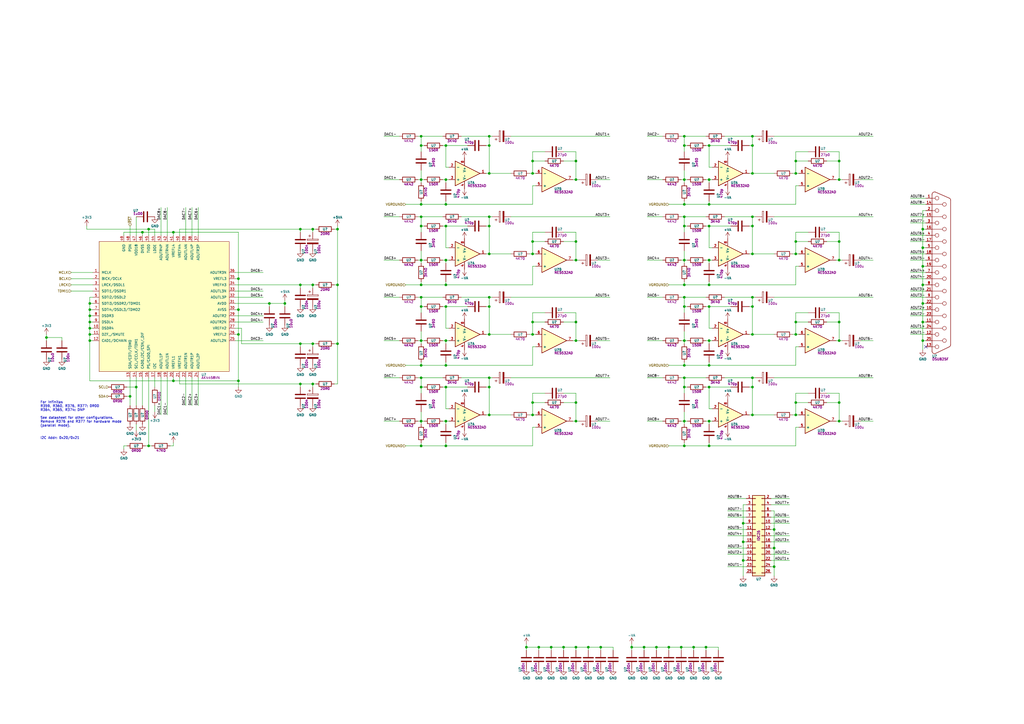
<source format=kicad_sch>
(kicad_sch (version 20211123) (generator eeschema)
  (paper "A3")
  (title_block (title "DA Converter") (date "29.4.2017") (rev "1.0.0") (company "auverdion"))
  (junction (at 172.72 55.88))
  (junction (at 226.06 265.43))
  (junction (at 236.22 165.1))
  (junction (at 200.66 158.75))
  (junction (at 128.27 93.98))
  (junction (at 308.61 104.14))
  (junction (at 138.43 116.84))
  (junction (at 304.8 214.63))
  (junction (at 123.19 140.97))
  (junction (at 280.67 92.71))
  (junction (at 182.88 92.71))
  (junction (at 344.17 66.04))
  (junction (at 182.88 182.88))
  (junction (at 182.88 172.72))
  (junction (at 344.17 106.68))
  (junction (at 308.61 137.16))
  (junction (at 97.79 127))
  (junction (at 200.66 154.94))
  (junction (at 308.61 55.88))
  (junction (at 200.66 137.16))
  (junction (at 200.66 88.9))
  (junction (at 182.88 149.86))
  (junction (at 280.67 149.86))
  (junction (at 378.46 93.98))
  (junction (at 344.17 73.66))
  (junction (at 218.44 132.08))
  (junction (at 308.61 59.69))
  (junction (at 290.83 59.69))
  (junction (at 280.67 116.84))
  (junction (at 220.98 265.43))
  (junction (at 200.66 55.88))
  (junction (at 36.83 134.62))
  (junction (at 280.67 172.72))
  (junction (at 97.79 137.16))
  (junction (at 378.46 116.84))
  (junction (at 19.05 138.43))
  (junction (at 344.17 99.06))
  (junction (at 138.43 140.97))
  (junction (at 378.46 132.08))
  (junction (at 290.83 83.82))
  (junction (at 326.39 66.04))
  (junction (at 378.46 139.7))
  (junction (at 172.72 92.71))
  (junction (at 123.19 157.48))
  (junction (at 236.22 99.06))
  (junction (at 200.66 71.12))
  (junction (at 274.32 265.43))
  (junction (at 110.49 124.46))
  (junction (at 236.22 106.68))
  (junction (at 290.83 73.66))
  (junction (at 308.61 158.75))
  (junction (at 200.66 59.69))
  (junction (at 279.4 265.43))
  (junction (at 97.79 114.3))
  (junction (at 280.67 154.94))
  (junction (at 280.67 125.73))
  (junction (at 128.27 116.84))
  (junction (at 317.5 232.41))
  (junction (at 60.96 93.98))
  (junction (at 236.22 139.7))
  (junction (at 290.83 106.68))
  (junction (at 231.14 265.43))
  (junction (at 236.22 132.08))
  (junction (at 280.67 182.88))
  (junction (at 123.19 93.98))
  (junction (at 280.67 158.75))
  (junction (at 182.88 158.75))
  (junction (at 290.83 92.71))
  (junction (at 128.27 140.97))
  (junction (at 218.44 99.06))
  (junction (at 241.3 265.43))
  (junction (at 123.19 116.84))
  (junction (at 172.72 121.92))
  (junction (at 284.48 265.43))
  (junction (at 53.34 162.56))
  (junction (at 344.17 165.1))
  (junction (at 200.66 121.92))
  (junction (at 304.8 222.25))
  (junction (at 97.79 156.21))
  (junction (at 290.83 172.72))
  (junction (at 280.67 55.88))
  (junction (at 172.72 149.86))
  (junction (at 304.8 229.87))
  (junction (at 290.83 116.84))
  (junction (at 378.46 101.6))
  (junction (at 71.12 95.25))
  (junction (at 58.42 95.25))
  (junction (at 289.56 265.43))
  (junction (at 246.38 265.43))
  (junction (at 344.17 132.08))
  (junction (at 326.39 132.08))
  (junction (at 182.88 59.69))
  (junction (at 215.9 265.43))
  (junction (at 308.61 154.94))
  (junction (at 290.83 139.7))
  (junction (at 326.39 137.16))
  (junction (at 172.72 106.68))
  (junction (at 326.39 104.14))
  (junction (at 344.17 139.7))
  (junction (at 218.44 165.1))
  (junction (at 218.44 137.16))
  (junction (at 308.61 88.9))
  (junction (at 218.44 66.04))
  (junction (at 269.24 265.43))
  (junction (at 326.39 170.18))
  (junction (at 200.66 92.71))
  (junction (at 326.39 165.1))
  (junction (at 280.67 121.92))
  (junction (at 218.44 170.18))
  (junction (at 36.83 127))
  (junction (at 172.72 83.82))
  (junction (at 378.46 124.46))
  (junction (at 280.67 83.82))
  (junction (at 71.12 156.21))
  (junction (at 182.88 83.82))
  (junction (at 280.67 73.66))
  (junction (at 290.83 158.75))
  (junction (at 280.67 106.68))
  (junction (at 236.22 73.66))
  (junction (at 172.72 125.73))
  (junction (at 264.16 265.43))
  (junction (at 182.88 73.66))
  (junction (at 308.61 121.92))
  (junction (at 60.96 182.88))
  (junction (at 116.84 124.46))
  (junction (at 280.67 59.69))
  (junction (at 259.08 265.43))
  (junction (at 172.72 158.75))
  (junction (at 218.44 71.12))
  (junction (at 308.61 92.71))
  (junction (at 172.72 182.88))
  (junction (at 218.44 104.14))
  (junction (at 290.83 182.88))
  (junction (at 172.72 88.9))
  (junction (at 326.39 99.06))
  (junction (at 36.83 137.16))
  (junction (at 172.72 139.7))
  (junction (at 172.72 154.94))
  (junction (at 290.83 125.73))
  (junction (at 290.83 149.86))
  (junction (at 236.22 66.04))
  (junction (at 172.72 116.84))
  (junction (at 36.83 139.7))
  (junction (at 172.72 73.66))
  (junction (at 280.67 139.7))
  (junction (at 182.88 106.68))
  (junction (at 182.88 139.7))
  (junction (at 308.61 170.18))
  (junction (at 128.27 157.48))
  (junction (at 236.22 265.43))
  (junction (at 344.17 172.72))
  (junction (at 200.66 170.18))
  (junction (at 182.88 116.84))
  (junction (at 326.39 71.12))
  (junction (at 280.67 88.9))
  (junction (at 138.43 93.98))
  (junction (at 182.88 125.73))
  (junction (at 317.5 217.17))
  (junction (at 172.72 172.72))
  (junction (at 55.88 158.75))
  (junction (at 308.61 71.12))
  (junction (at 236.22 172.72))
  (junction (at 378.46 109.22))
  (junction (at 36.83 124.46))
  (junction (at 36.83 129.54))
  (junction (at 200.66 104.14))
  (junction (at 36.83 132.08))
  (junction (at 317.5 224.79))
  (junction (at 200.66 125.73))
  (junction (at 172.72 59.69))
  (junction (at 308.61 125.73))
  (no_connect (at 379.73 142.24))
  (wire (pts (xy 280.67 149.86) (xy 280.67 148.59)))
  (wire (pts (xy 271.78 73.66) (xy 265.43 73.66)))
  (wire (pts (xy 308.61 158.75) (xy 307.34 158.75)))
  (wire (pts (xy 292.1 68.58) (xy 290.83 68.58)))
  (wire (pts (xy 53.34 162.56) (xy 53.34 166.37)))
  (wire (pts (xy 163.83 172.72) (xy 157.48 172.72)))
  (wire (pts (xy 172.72 158.75) (xy 172.72 161.29)))
  (wire (pts (xy 269.24 265.43) (xy 269.24 266.7)))
  (wire (pts (xy 269.24 265.43) (xy 274.32 265.43)))
  (wire (pts (xy 290.83 68.58) (xy 290.83 59.69)))
  (wire (pts (xy 304.8 214.63) (xy 304.8 222.25)))
  (wire (pts (xy 181.61 158.75) (xy 182.88 158.75)))
  (wire (pts (xy 306.07 214.63) (xy 304.8 214.63)))
  (wire (pts (xy 378.46 139.7) (xy 379.73 139.7)))
  (wire (pts (xy 279.4 121.92) (xy 280.67 121.92)))
  (wire (pts (xy 344.17 73.66) (xy 345.44 73.66)))
  (wire (pts (xy 172.72 182.88) (xy 172.72 181.61)))
  (wire (pts (xy 123.19 157.48) (xy 128.27 157.48)))
  (wire (pts (xy 290.83 83.82) (xy 290.83 82.55)))
  (wire (pts (xy 116.84 123.19) (xy 116.84 124.46)))
  (wire (pts (xy 96.52 139.7) (xy 107.95 139.7)))
  (wire (pts (xy 172.72 172.72) (xy 173.99 172.72)))
  (wire (pts (xy 60.96 182.88) (xy 62.23 182.88)))
  (wire (pts (xy 317.5 224.79) (xy 317.5 232.41)))
  (wire (pts (xy 200.66 59.69) (xy 199.39 59.69)))
  (wire (pts (xy 280.67 172.72) (xy 280.67 173.99)))
  (wire (pts (xy 316.23 212.09) (xy 323.85 212.09)))
  (wire (pts (xy 171.45 55.88) (xy 172.72 55.88)))
  (wire (pts (xy 308.61 137.16) (xy 317.5 137.16)))
  (wire (pts (xy 96.52 132.08) (xy 107.95 132.08)))
  (wire (pts (xy 36.83 137.16) (xy 36.83 139.7)))
  (wire (pts (xy 344.17 165.1) (xy 344.17 172.72)))
  (wire (pts (xy 326.39 109.22) (xy 327.66 109.22)))
  (wire (pts (xy 245.11 139.7) (xy 250.19 139.7)))
  (wire (pts (xy 241.3 265.43) (xy 246.38 265.43)))
  (wire (pts (xy 137.16 93.98) (xy 138.43 93.98)))
  (wire (pts (xy 316.23 229.87) (xy 323.85 229.87)))
  (wire (pts (xy 236.22 62.23) (xy 236.22 66.04)))
  (wire (pts (xy 97.79 95.25) (xy 97.79 114.3)))
  (wire (pts (xy 271.78 154.94) (xy 265.43 154.94)))
  (wire (pts (xy 373.38 134.62) (xy 379.73 134.62)))
  (wire (pts (xy 223.52 95.25) (xy 218.44 95.25)))
  (wire (pts (xy 290.83 158.75) (xy 299.72 158.75)))
  (wire (pts (xy 200.66 158.75) (xy 199.39 158.75)))
  (wire (pts (xy 50.8 95.25) (xy 58.42 95.25)))
  (wire (pts (xy 223.52 165.1) (xy 218.44 165.1)))
  (wire (pts (xy 182.88 125.73) (xy 191.77 125.73)))
  (wire (pts (xy 128.27 93.98) (xy 128.27 95.25)))
  (wire (pts (xy 217.17 170.18) (xy 218.44 170.18)))
  (wire (pts (xy 36.83 132.08) (xy 36.83 134.62)))
  (wire (pts (xy 63.5 93.98) (xy 63.5 96.52)))
  (wire (pts (xy 274.32 182.88) (xy 280.67 182.88)))
  (wire (pts (xy 231.14 62.23) (xy 236.22 62.23)))
  (wire (pts (xy 97.79 156.21) (xy 97.79 158.75)))
  (wire (pts (xy 97.79 137.16) (xy 97.79 156.21)))
  (wire (pts (xy 182.88 149.86) (xy 218.44 149.86)))
  (wire (pts (xy 52.07 158.75) (xy 55.88 158.75)))
  (wire (pts (xy 220.98 265.43) (xy 226.06 265.43)))
  (wire (pts (xy 182.88 167.64) (xy 182.88 158.75)))
  (wire (pts (xy 38.1 121.92) (xy 36.83 121.92)))
  (wire (pts (xy 317.5 209.55) (xy 317.5 217.17)))
  (wire (pts (xy 189.23 55.88) (xy 200.66 55.88)))
  (wire (pts (xy 326.39 66.04) (xy 326.39 71.12)))
  (wire (pts (xy 199.39 104.14) (xy 200.66 104.14)))
  (wire (pts (xy 234.95 139.7) (xy 236.22 139.7)))
  (wire (pts (xy 306.07 207.01) (xy 304.8 207.01)))
  (wire (pts (xy 66.04 154.94) (xy 66.04 170.18)))
  (wire (pts (xy 290.83 140.97) (xy 290.83 139.7)))
  (wire (pts (xy 317.5 121.92) (xy 358.14 121.92)))
  (wire (pts (xy 373.38 114.3) (xy 379.73 114.3)))
  (wire (pts (xy 326.39 149.86) (xy 326.39 142.24)))
  (wire (pts (xy 123.19 116.84) (xy 123.19 118.11)))
  (wire (pts (xy 308.61 92.71) (xy 307.34 92.71)))
  (wire (pts (xy 316.23 222.25) (xy 323.85 222.25)))
  (wire (pts (xy 344.17 172.72) (xy 345.44 172.72)))
  (wire (pts (xy 236.22 128.27) (xy 236.22 132.08)))
  (wire (pts (xy 281.94 92.71) (xy 280.67 92.71)))
  (wire (pts (xy 172.72 149.86) (xy 172.72 148.59)))
  (wire (pts (xy 215.9 265.43) (xy 215.9 266.7)))
  (wire (pts (xy 166.37 116.84) (xy 172.72 116.84)))
  (wire (pts (xy 172.72 121.92) (xy 172.72 125.73)))
  (wire (pts (xy 181.61 92.71) (xy 182.88 92.71)))
  (wire (pts (xy 280.67 55.88) (xy 280.67 59.69)))
  (wire (pts (xy 200.66 158.75) (xy 200.66 170.18)))
  (wire (pts (xy 290.83 172.72) (xy 292.1 172.72)))
  (wire (pts (xy 96.52 127) (xy 97.79 127)))
  (wire (pts (xy 68.58 96.52) (xy 68.58 85.09)))
  (wire (pts (xy 25.4 139.7) (xy 25.4 138.43)))
  (wire (pts (xy 344.17 95.25) (xy 344.17 99.06)))
  (wire (pts (xy 172.72 135.89) (xy 172.72 139.7)))
  (wire (pts (xy 280.67 158.75) (xy 280.67 161.29)))
  (wire (pts (xy 36.83 139.7) (xy 38.1 139.7)))
  (wire (pts (xy 223.52 62.23) (xy 218.44 62.23)))
  (wire (pts (xy 308.61 71.12) (xy 317.5 71.12)))
  (wire (pts (xy 259.08 265.43) (xy 264.16 265.43)))
  (wire (pts (xy 271.78 121.92) (xy 265.43 121.92)))
  (wire (pts (xy 63.5 166.37) (xy 63.5 168.91)))
  (wire (pts (xy 52.07 162.56) (xy 53.34 162.56)))
  (wire (pts (xy 378.46 139.7) (xy 378.46 143.51)))
  (wire (pts (xy 200.66 104.14) (xy 209.55 104.14)))
  (wire (pts (xy 138.43 140.97) (xy 138.43 157.48)))
  (wire (pts (xy 297.18 154.94) (xy 308.61 154.94)))
  (wire (pts (xy 353.06 106.68) (xy 358.14 106.68)))
  (wire (pts (xy 279.4 265.43) (xy 279.4 266.7)))
  (wire (pts (xy 35.56 93.98) (xy 35.56 92.71)))
  (wire (pts (xy 200.66 92.71) (xy 199.39 92.71)))
  (wire (pts (xy 280.67 55.88) (xy 289.56 55.88)))
  (wire (pts (xy 379.73 124.46) (xy 378.46 124.46)))
  (wire (pts (xy 58.42 95.25) (xy 71.12 95.25)))
  (wire (pts (xy 245.11 172.72) (xy 250.19 172.72)))
  (wire (pts (xy 280.67 121.92) (xy 280.67 125.73)))
  (wire (pts (xy 297.18 88.9) (xy 308.61 88.9)))
  (wire (pts (xy 223.52 66.04) (xy 218.44 66.04)))
  (wire (pts (xy 218.44 71.12) (xy 219.71 71.12)))
  (wire (pts (xy 306.07 217.17) (xy 298.45 217.17)))
  (wire (pts (xy 29.21 111.76) (xy 38.1 111.76)))
  (wire (pts (xy 71.12 95.25) (xy 97.79 95.25)))
  (wire (pts (xy 172.72 102.87) (xy 172.72 106.68)))
  (wire (pts (xy 279.4 106.68) (xy 280.67 106.68)))
  (wire (pts (xy 280.67 121.92) (xy 289.56 121.92)))
  (wire (pts (xy 138.43 157.48) (xy 137.16 157.48)))
  (wire (pts (xy 290.83 149.86) (xy 326.39 149.86)))
  (wire (pts (xy 274.32 83.82) (xy 280.67 83.82)))
  (wire (pts (xy 218.44 175.26) (xy 219.71 175.26)))
  (wire (pts (xy 308.61 88.9) (xy 308.61 92.71)))
  (wire (pts (xy 172.72 116.84) (xy 182.88 116.84)))
  (wire (pts (xy 116.84 124.46) (xy 116.84 125.73)))
  (wire (pts (xy 199.39 170.18) (xy 200.66 170.18)))
  (wire (pts (xy 123.19 140.97) (xy 128.27 140.97)))
  (wire (pts (xy 344.17 161.29) (xy 344.17 165.1)))
  (wire (pts (xy 182.88 149.86) (xy 182.88 148.59)))
  (wire (pts (xy 279.4 172.72) (xy 280.67 172.72)))
  (wire (pts (xy 280.67 168.91) (xy 280.67 172.72)))
  (wire (pts (xy 316.23 224.79) (xy 317.5 224.79)))
  (wire (pts (xy 123.19 157.48) (xy 123.19 158.75)))
  (wire (pts (xy 326.39 99.06) (xy 326.39 104.14)))
  (wire (pts (xy 264.16 265.43) (xy 264.16 266.7)))
  (wire (pts (xy 184.15 167.64) (xy 182.88 167.64)))
  (wire (pts (xy 36.83 129.54) (xy 36.83 132.08)))
  (wire (pts (xy 294.64 265.43) (xy 294.64 266.7)))
  (wire (pts (xy 218.44 165.1) (xy 218.44 170.18)))
  (wire (pts (xy 271.78 88.9) (xy 265.43 88.9)))
  (wire (pts (xy 181.61 73.66) (xy 182.88 73.66)))
  (wire (pts (xy 172.72 182.88) (xy 182.88 182.88)))
  (wire (pts (xy 181.61 139.7) (xy 182.88 139.7)))
  (wire (pts (xy 163.83 55.88) (xy 157.48 55.88)))
  (wire (pts (xy 373.38 106.68) (xy 379.73 106.68)))
  (wire (pts (xy 209.55 55.88) (xy 250.19 55.88)))
  (wire (pts (xy 172.72 139.7) (xy 172.72 140.97)))
  (wire (pts (xy 110.49 124.46) (xy 110.49 125.73)))
  (wire (pts (xy 280.67 92.71) (xy 280.67 95.25)))
  (wire (pts (xy 342.9 73.66) (xy 344.17 73.66)))
  (wire (pts (xy 317.5 217.17) (xy 317.5 224.79)))
  (wire (pts (xy 326.39 104.14) (xy 327.66 104.14)))
  (wire (pts (xy 163.83 121.92) (xy 157.48 121.92)))
  (wire (pts (xy 231.14 128.27) (xy 236.22 128.27)))
  (wire (pts (xy 217.17 137.16) (xy 218.44 137.16)))
  (wire (pts (xy 81.28 154.94) (xy 81.28 166.37)))
  (wire (pts (xy 200.66 125.73) (xy 200.66 137.16)))
  (wire (pts (xy 289.56 59.69) (xy 290.83 59.69)))
  (wire (pts (xy 289.56 73.66) (xy 290.83 73.66)))
  (wire (pts (xy 218.44 66.04) (xy 218.44 71.12)))
  (wire (pts (xy 123.19 93.98) (xy 123.19 95.25)))
  (wire (pts (xy 163.83 139.7) (xy 157.48 139.7)))
  (wire (pts (xy 280.67 102.87) (xy 280.67 106.68)))
  (wire (pts (xy 290.83 173.99) (xy 290.83 172.72)))
  (wire (pts (xy 306.07 227.33) (xy 298.45 227.33)))
  (wire (pts (xy 344.17 66.04) (xy 344.17 73.66)))
  (wire (pts (xy 123.19 140.97) (xy 123.19 142.24)))
  (wire (pts (xy 218.44 99.06) (xy 218.44 104.14)))
  (wire (pts (xy 236.22 132.08) (xy 231.14 132.08)))
  (wire (pts (xy 236.22 73.66) (xy 237.49 73.66)))
  (wire (pts (xy 218.44 182.88) (xy 218.44 175.26)))
  (wire (pts (xy 280.67 69.85) (xy 280.67 73.66)))
  (wire (pts (xy 182.88 106.68) (xy 184.15 106.68)))
  (wire (pts (xy 71.12 96.52) (xy 71.12 95.25)))
  (wire (pts (xy 304.8 229.87) (xy 304.8 236.22)))
  (wire (pts (xy 280.67 139.7) (xy 281.94 139.7)))
  (wire (pts (xy 200.66 154.94) (xy 200.66 158.75)))
  (wire (pts (xy 96.52 114.3) (xy 97.79 114.3)))
  (wire (pts (xy 326.39 76.2) (xy 327.66 76.2)))
  (wire (pts (xy 172.72 154.94) (xy 181.61 154.94)))
  (wire (pts (xy 173.99 158.75) (xy 172.72 158.75)))
  (wire (pts (xy 184.15 101.6) (xy 182.88 101.6)))
  (wire (pts (xy 289.56 106.68) (xy 290.83 106.68)))
  (wire (pts (xy 36.83 132.08) (xy 38.1 132.08)))
  (wire (pts (xy 353.06 139.7) (xy 358.14 139.7)))
  (wire (pts (xy 344.17 139.7) (xy 345.44 139.7)))
  (wire (pts (xy 331.47 95.25) (xy 326.39 95.25)))
  (wire (pts (xy 326.39 95.25) (xy 326.39 99.06)))
  (wire (pts (xy 290.83 83.82) (xy 326.39 83.82)))
  (wire (pts (xy 199.39 137.16) (xy 200.66 137.16)))
  (wire (pts (xy 308.61 121.92) (xy 309.88 121.92)))
  (wire (pts (xy 182.88 92.71) (xy 191.77 92.71)))
  (wire (pts (xy 172.72 121.92) (xy 181.61 121.92)))
  (wire (pts (xy 353.06 73.66) (xy 358.14 73.66)))
  (wire (pts (xy 306.07 219.71) (xy 298.45 219.71)))
  (wire (pts (xy 236.22 139.7) (xy 237.49 139.7)))
  (wire (pts (xy 280.67 116.84) (xy 290.83 116.84)))
  (wire (pts (xy 316.23 219.71) (xy 323.85 219.71)))
  (wire (pts (xy 342.9 172.72) (xy 344.17 172.72)))
  (wire (pts (xy 274.32 149.86) (xy 280.67 149.86)))
  (wire (pts (xy 308.61 88.9) (xy 309.88 88.9)))
  (wire (pts (xy 373.38 119.38) (xy 379.73 119.38)))
  (wire (pts (xy 236.22 66.04) (xy 231.14 66.04)))
  (wire (pts (xy 36.83 134.62) (xy 36.83 137.16)))
  (wire (pts (xy 308.61 170.18) (xy 317.5 170.18)))
  (wire (pts (xy 236.22 95.25) (xy 236.22 99.06)))
  (wire (pts (xy 373.38 81.28) (xy 379.73 81.28)))
  (wire (pts (xy 236.22 132.08) (xy 236.22 139.7)))
  (wire (pts (xy 379.73 101.6) (xy 378.46 101.6)))
  (wire (pts (xy 60.96 154.94) (xy 60.96 182.88)))
  (wire (pts (xy 182.88 83.82) (xy 218.44 83.82)))
  (wire (pts (xy 200.66 59.69) (xy 200.66 71.12)))
  (wire (pts (xy 308.61 125.73) (xy 307.34 125.73)))
  (wire (pts (xy 234.95 172.72) (xy 236.22 172.72)))
  (wire (pts (xy 290.83 116.84) (xy 326.39 116.84)))
  (wire (pts (xy 138.43 116.84) (xy 137.16 116.84)))
  (wire (pts (xy 326.39 137.16) (xy 327.66 137.16)))
  (wire (pts (xy 138.43 92.71) (xy 138.43 93.98)))
  (wire (pts (xy 284.48 265.43) (xy 284.48 266.7)))
  (wire (pts (xy 182.88 172.72) (xy 184.15 172.72)))
  (wire (pts (xy 264.16 265.43) (xy 269.24 265.43)))
  (wire (pts (xy 73.66 93.98) (xy 73.66 96.52)))
  (wire (pts (xy 73.66 157.48) (xy 123.19 157.48)))
  (wire (pts (xy 231.14 265.43) (xy 236.22 265.43)))
  (wire (pts (xy 182.88 134.62) (xy 182.88 125.73)))
  (wire (pts (xy 339.09 128.27) (xy 344.17 128.27)))
  (wire (pts (xy 292.1 167.64) (xy 290.83 167.64)))
  (wire (pts (xy 173.99 92.71) (xy 172.72 92.71)))
  (wire (pts (xy 36.83 134.62) (xy 38.1 134.62)))
  (wire (pts (xy 308.61 55.88) (xy 308.61 59.69)))
  (wire (pts (xy 78.74 154.94) (xy 78.74 166.37)))
  (wire (pts (xy 96.52 129.54) (xy 107.95 129.54)))
  (wire (pts (xy 73.66 157.48) (xy 73.66 154.94)))
  (wire (pts (xy 342.9 106.68) (xy 344.17 106.68)))
  (wire (pts (xy 292.1 101.6) (xy 290.83 101.6)))
  (wire (pts (xy 182.88 116.84) (xy 182.88 115.57)))
  (wire (pts (xy 223.52 128.27) (xy 218.44 128.27)))
  (wire (pts (xy 200.66 55.88) (xy 201.93 55.88)))
  (wire (pts (xy 172.72 88.9) (xy 172.72 92.71)))
  (wire (pts (xy 215.9 265.43) (xy 220.98 265.43)))
  (wire (pts (xy 281.94 125.73) (xy 280.67 125.73)))
  (wire (pts (xy 308.61 125.73) (xy 308.61 137.16)))
  (wire (pts (xy 373.38 96.52) (xy 379.73 96.52)))
  (wire (pts (xy 38.1 124.46) (xy 36.83 124.46)))
  (wire (pts (xy 373.38 111.76) (xy 379.73 111.76)))
  (wire (pts (xy 280.67 73.66) (xy 281.94 73.66)))
  (wire (pts (xy 36.83 137.16) (xy 38.1 137.16)))
  (wire (pts (xy 280.67 125.73) (xy 280.67 128.27)))
  (wire (pts (xy 171.45 172.72) (xy 172.72 172.72)))
  (wire (pts (xy 280.67 106.68) (xy 281.94 106.68)))
  (wire (pts (xy 226.06 265.43) (xy 226.06 266.7)))
  (wire (pts (xy 326.39 175.26) (xy 327.66 175.26)))
  (wire (pts (xy 326.39 128.27) (xy 326.39 132.08)))
  (wire (pts (xy 331.47 128.27) (xy 326.39 128.27)))
  (wire (pts (xy 326.39 142.24) (xy 327.66 142.24)))
  (wire (pts (xy 76.2 154.94) (xy 76.2 166.37)))
  (wire (pts (xy 138.43 116.84) (xy 138.43 140.97)))
  (wire (pts (xy 172.72 55.88) (xy 181.61 55.88)))
  (wire (pts (xy 317.5 232.41) (xy 316.23 232.41)))
  (wire (pts (xy 292.1 134.62) (xy 290.83 134.62)))
  (wire (pts (xy 280.67 139.7) (xy 280.67 140.97)))
  (wire (pts (xy 163.83 154.94) (xy 157.48 154.94)))
  (wire (pts (xy 281.94 158.75) (xy 280.67 158.75)))
  (wire (pts (xy 378.46 116.84) (xy 378.46 124.46)))
  (wire (pts (xy 236.22 99.06) (xy 236.22 106.68)))
  (wire (pts (xy 223.52 132.08) (xy 218.44 132.08)))
  (wire (pts (xy 128.27 157.48) (xy 129.54 157.48)))
  (wire (pts (xy 59.69 182.88) (xy 60.96 182.88)))
  (wire (pts (xy 289.56 139.7) (xy 290.83 139.7)))
  (wire (pts (xy 236.22 161.29) (xy 236.22 165.1)))
  (wire (pts (xy 218.44 170.18) (xy 219.71 170.18)))
  (wire (pts (xy 166.37 182.88) (xy 172.72 182.88)))
  (wire (pts (xy 200.66 88.9) (xy 200.66 92.71)))
  (wire (pts (xy 172.72 168.91) (xy 172.72 172.72)))
  (wire (pts (xy 55.88 176.53) (xy 55.88 173.99)))
  (wire (pts (xy 172.72 139.7) (xy 173.99 139.7)))
  (wire (pts (xy 231.14 95.25) (xy 236.22 95.25)))
  (wire (pts (xy 280.67 106.68) (xy 280.67 107.95)))
  (wire (pts (xy 259.08 264.16) (xy 259.08 265.43)))
  (wire (pts (xy 173.99 125.73) (xy 172.72 125.73)))
  (wire (pts (xy 182.88 74.93) (xy 182.88 73.66)))
  (wire (pts (xy 271.78 139.7) (xy 265.43 139.7)))
  (wire (pts (xy 331.47 62.23) (xy 326.39 62.23)))
  (wire (pts (xy 19.05 137.16) (xy 19.05 138.43)))
  (wire (pts (xy 66.04 96.52) (xy 66.04 85.09)))
  (wire (pts (xy 304.8 207.01) (xy 304.8 214.63)))
  (wire (pts (xy 284.48 265.43) (xy 289.56 265.43)))
  (wire (pts (xy 58.42 154.94) (xy 58.42 166.37)))
  (wire (pts (xy 280.67 135.89) (xy 280.67 139.7)))
  (wire (pts (xy 280.67 182.88) (xy 280.67 181.61)))
  (wire (pts (xy 182.88 139.7) (xy 184.15 139.7)))
  (wire (pts (xy 200.66 154.94) (xy 201.93 154.94)))
  (wire (pts (xy 245.11 106.68) (xy 250.19 106.68)))
  (wire (pts (xy 218.44 104.14) (xy 219.71 104.14)))
  (wire (pts (xy 184.15 134.62) (xy 182.88 134.62)))
  (wire (pts (xy 307.34 71.12) (xy 308.61 71.12)))
  (wire (pts (xy 38.1 127) (xy 36.83 127)))
  (wire (pts (xy 373.38 121.92) (xy 379.73 121.92)))
  (wire (pts (xy 307.34 104.14) (xy 308.61 104.14)))
  (wire (pts (xy 378.46 124.46) (xy 378.46 132.08)))
  (wire (pts (xy 218.44 76.2) (xy 219.71 76.2)))
  (wire (pts (xy 60.96 93.98) (xy 63.5 93.98)))
  (wire (pts (xy 172.72 116.84) (xy 172.72 115.57)))
  (wire (pts (xy 326.39 165.1) (xy 326.39 170.18)))
  (wire (pts (xy 373.38 99.06) (xy 379.73 99.06)))
  (wire (pts (xy 279.4 88.9) (xy 280.67 88.9)))
  (wire (pts (xy 172.72 55.88) (xy 172.72 59.69)))
  (wire (pts (xy 172.72 88.9) (xy 181.61 88.9)))
  (wire (pts (xy 218.44 116.84) (xy 218.44 109.22)))
  (wire (pts (xy 36.83 121.92) (xy 36.83 124.46)))
  (wire (pts (xy 200.66 125.73) (xy 199.39 125.73)))
  (wire (pts (xy 209.55 154.94) (xy 250.19 154.94)))
  (wire (pts (xy 182.88 173.99) (xy 182.88 172.72)))
  (wire (pts (xy 171.45 73.66) (xy 172.72 73.66)))
  (wire (pts (xy 182.88 107.95) (xy 182.88 106.68)))
  (wire (pts (xy 53.34 96.52) (xy 53.34 92.71)))
  (wire (pts (xy 308.61 104.14) (xy 317.5 104.14)))
  (wire (pts (xy 182.88 83.82) (xy 182.88 82.55)))
  (wire (pts (xy 308.61 154.94) (xy 308.61 158.75)))
  (wire (pts (xy 289.56 265.43) (xy 289.56 266.7)))
  (wire (pts (xy 35.56 93.98) (xy 60.96 93.98)))
  (wire (pts (xy 326.39 132.08) (xy 326.39 137.16)))
  (wire (pts (xy 280.67 116.84) (xy 280.67 115.57)))
  (wire (pts (xy 181.61 125.73) (xy 182.88 125.73)))
  (wire (pts (xy 200.66 121.92) (xy 201.93 121.92)))
  (wire (pts (xy 138.43 140.97) (xy 137.16 140.97)))
  (wire (pts (xy 317.5 154.94) (xy 358.14 154.94)))
  (wire (pts (xy 280.67 83.82) (xy 280.67 82.55)))
  (wire (pts (xy 163.83 73.66) (xy 157.48 73.66)))
  (wire (pts (xy 29.21 119.38) (xy 38.1 119.38)))
  (wire (pts (xy 36.83 124.46) (xy 36.83 127)))
  (wire (pts (xy 289.56 265.43) (xy 294.64 265.43)))
  (wire (pts (xy 316.23 209.55) (xy 317.5 209.55)))
  (wire (pts (xy 236.22 165.1) (xy 231.14 165.1)))
  (wire (pts (xy 290.83 125.73) (xy 299.72 125.73)))
  (wire (pts (xy 307.34 170.18) (xy 308.61 170.18)))
  (wire (pts (xy 326.39 161.29) (xy 326.39 165.1)))
  (wire (pts (xy 280.67 83.82) (xy 290.83 83.82)))
  (wire (pts (xy 259.08 265.43) (xy 259.08 266.7)))
  (wire (pts (xy 331.47 165.1) (xy 326.39 165.1)))
  (wire (pts (xy 218.44 62.23) (xy 218.44 66.04)))
  (wire (pts (xy 379.73 109.22) (xy 378.46 109.22)))
  (wire (pts (xy 50.8 182.88) (xy 50.8 184.15)))
  (wire (pts (xy 297.18 55.88) (xy 308.61 55.88)))
  (wire (pts (xy 200.66 88.9) (xy 201.93 88.9)))
  (wire (pts (xy 306.07 222.25) (xy 304.8 222.25)))
  (wire (pts (xy 306.07 209.55) (xy 298.45 209.55)))
  (wire (pts (xy 172.72 125.73) (xy 172.72 128.27)))
  (wire (pts (xy 271.78 55.88) (xy 265.43 55.88)))
  (wire (pts (xy 245.11 73.66) (xy 250.19 73.66)))
  (wire (pts (xy 209.55 121.92) (xy 250.19 121.92)))
  (wire (pts (xy 317.5 232.41) (xy 317.5 236.22)))
  (wire (pts (xy 307.34 137.16) (xy 308.61 137.16)))
  (wire (pts (xy 81.28 96.52) (xy 81.28 85.09)))
  (wire (pts (xy 218.44 83.82) (xy 218.44 76.2)))
  (wire (pts (xy 274.32 265.43) (xy 279.4 265.43)))
  (wire (pts (xy 308.61 59.69) (xy 308.61 71.12)))
  (wire (pts (xy 326.39 116.84) (xy 326.39 109.22)))
  (wire (pts (xy 274.32 265.43) (xy 274.32 266.7)))
  (wire (pts (xy 138.43 93.98) (xy 138.43 116.84)))
  (wire (pts (xy 97.79 114.3) (xy 97.79 127)))
  (wire (pts (xy 166.37 83.82) (xy 172.72 83.82)))
  (wire (pts (xy 308.61 59.69) (xy 307.34 59.69)))
  (wire (pts (xy 378.46 101.6) (xy 378.46 109.22)))
  (wire (pts (xy 280.67 73.66) (xy 280.67 74.93)))
  (wire (pts (xy 271.78 106.68) (xy 265.43 106.68)))
  (wire (pts (xy 353.06 172.72) (xy 358.14 172.72)))
  (wire (pts (xy 182.88 68.58) (xy 182.88 59.69)))
  (wire (pts (xy 246.38 265.43) (xy 246.38 266.7)))
  (wire (pts (xy 378.46 86.36) (xy 378.46 93.98)))
  (wire (pts (xy 316.23 214.63) (xy 323.85 214.63)))
  (wire (pts (xy 73.66 93.98) (xy 123.19 93.98)))
  (wire (pts (xy 55.88 158.75) (xy 55.88 166.37)))
  (wire (pts (xy 246.38 265.43) (xy 251.46 265.43)))
  (wire (pts (xy 123.19 93.98) (xy 128.27 93.98)))
  (wire (pts (xy 241.3 265.43) (xy 241.3 266.7)))
  (wire (pts (xy 289.56 92.71) (xy 290.83 92.71)))
  (wire (pts (xy 234.95 106.68) (xy 236.22 106.68)))
  (wire (pts (xy 58.42 96.52) (xy 58.42 95.25)))
  (wire (pts (xy 279.4 73.66) (xy 280.67 73.66)))
  (wire (pts (xy 172.72 149.86) (xy 182.88 149.86)))
  (wire (pts (xy 218.44 132.08) (xy 218.44 137.16)))
  (wire (pts (xy 325.12 71.12) (xy 326.39 71.12)))
  (wire (pts (xy 279.4 55.88) (xy 280.67 55.88)))
  (wire (pts (xy 280.67 149.86) (xy 290.83 149.86)))
  (wire (pts (xy 199.39 71.12) (xy 200.66 71.12)))
  (wire (pts (xy 128.27 140.97) (xy 128.27 142.24)))
  (wire (pts (xy 71.12 154.94) (xy 71.12 156.21)))
  (wire (pts (xy 96.52 121.92) (xy 107.95 121.92)))
  (wire (pts (xy 316.23 204.47) (xy 323.85 204.47)))
  (wire (pts (xy 342.9 139.7) (xy 344.17 139.7)))
  (wire (pts (xy 171.45 88.9) (xy 172.72 88.9)))
  (wire (pts (xy 60.96 96.52) (xy 60.96 93.98)))
  (wire (pts (xy 128.27 157.48) (xy 128.27 158.75)))
  (wire (pts (xy 200.66 71.12) (xy 209.55 71.12)))
  (wire (pts (xy 344.17 132.08) (xy 344.17 139.7)))
  (wire (pts (xy 280.67 172.72) (xy 281.94 172.72)))
  (wire (pts (xy 25.4 138.43) (xy 19.05 138.43)))
  (wire (pts (xy 96.52 116.84) (xy 123.19 116.84)))
  (wire (pts (xy 200.66 92.71) (xy 200.66 104.14)))
  (wire (pts (xy 220.98 265.43) (xy 220.98 266.7)))
  (wire (pts (xy 53.34 154.94) (xy 53.34 162.56)))
  (wire (pts (xy 217.17 104.14) (xy 218.44 104.14)))
  (wire (pts (xy 289.56 125.73) (xy 290.83 125.73)))
  (wire (pts (xy 290.83 182.88) (xy 290.83 181.61)))
  (wire (pts (xy 182.88 182.88) (xy 182.88 181.61)))
  (wire (pts (xy 163.83 88.9) (xy 157.48 88.9)))
  (wire (pts (xy 378.46 132.08) (xy 378.46 139.7)))
  (wire (pts (xy 182.88 158.75) (xy 191.77 158.75)))
  (wire (pts (xy 218.44 128.27) (xy 218.44 132.08)))
  (wire (pts (xy 373.38 91.44) (xy 379.73 91.44)))
  (wire (pts (xy 96.52 124.46) (xy 110.49 124.46)))
  (wire (pts (xy 36.83 156.21) (xy 71.12 156.21)))
  (wire (pts (xy 50.8 96.52) (xy 50.8 95.25)))
  (wire (pts (xy 172.72 106.68) (xy 172.72 107.95)))
  (wire (pts (xy 290.83 101.6) (xy 290.83 92.71)))
  (wire (pts (xy 317.5 88.9) (xy 358.14 88.9)))
  (wire (pts (xy 373.38 127) (xy 379.73 127)))
  (wire (pts (xy 231.14 161.29) (xy 236.22 161.29)))
  (wire (pts (xy 189.23 154.94) (xy 200.66 154.94)))
  (wire (pts (xy 55.88 96.52) (xy 55.88 88.9)))
  (wire (pts (xy 200.66 170.18) (xy 209.55 170.18)))
  (wire (pts (xy 172.72 69.85) (xy 172.72 73.66)))
  (wire (pts (xy 290.83 149.86) (xy 290.83 148.59)))
  (wire (pts (xy 290.83 182.88) (xy 326.39 182.88)))
  (wire (pts (xy 182.88 182.88) (xy 218.44 182.88)))
  (wire (pts (xy 71.12 156.21) (xy 97.79 156.21)))
  (wire (pts (xy 200.66 137.16) (xy 209.55 137.16)))
  (wire (pts (xy 218.44 109.22) (xy 219.71 109.22)))
  (wire (pts (xy 234.95 73.66) (xy 236.22 73.66)))
  (wire (pts (xy 331.47 66.04) (xy 326.39 66.04)))
  (wire (pts (xy 181.61 106.68) (xy 182.88 106.68)))
  (wire (pts (xy 71.12 182.88) (xy 71.12 181.61)))
  (wire (pts (xy 280.67 182.88) (xy 290.83 182.88)))
  (wire (pts (xy 373.38 137.16) (xy 379.73 137.16)))
  (wire (pts (xy 316.23 207.01) (xy 323.85 207.01)))
  (wire (pts (xy 308.61 154.94) (xy 309.88 154.94)))
  (wire (pts (xy 306.07 232.41) (xy 298.45 232.41)))
  (wire (pts (xy 182.88 59.69) (xy 191.77 59.69)))
  (wire (pts (xy 29.21 116.84) (xy 38.1 116.84)))
  (wire (pts (xy 308.61 158.75) (xy 308.61 170.18)))
  (wire (pts (xy 331.47 132.08) (xy 326.39 132.08)))
  (wire (pts (xy 231.14 265.43) (xy 231.14 266.7)))
  (wire (pts (xy 290.83 73.66) (xy 292.1 73.66)))
  (wire (pts (xy 236.22 172.72) (xy 237.49 172.72)))
  (wire (pts (xy 218.44 95.25) (xy 218.44 99.06)))
  (wire (pts (xy 182.88 140.97) (xy 182.88 139.7)))
  (wire (pts (xy 339.09 95.25) (xy 344.17 95.25)))
  (wire (pts (xy 378.46 93.98) (xy 378.46 101.6)))
  (wire (pts (xy 36.83 129.54) (xy 38.1 129.54)))
  (wire (pts (xy 68.58 154.94) (xy 68.58 170.18)))
  (wire (pts (xy 171.45 139.7) (xy 172.72 139.7)))
  (wire (pts (xy 172.72 83.82) (xy 182.88 83.82)))
  (wire (pts (xy 280.67 154.94) (xy 280.67 158.75)))
  (wire (pts (xy 280.67 59.69) (xy 280.67 62.23)))
  (wire (pts (xy 217.17 71.12) (xy 218.44 71.12)))
  (wire (pts (xy 96.52 134.62) (xy 99.06 134.62)))
  (wire (pts (xy 339.09 62.23) (xy 344.17 62.23)))
  (wire (pts (xy 326.39 170.18) (xy 327.66 170.18)))
  (wire (pts (xy 326.39 83.82) (xy 326.39 76.2)))
  (wire (pts (xy 171.45 121.92) (xy 172.72 121.92)))
  (wire (pts (xy 289.56 172.72) (xy 290.83 172.72)))
  (wire (pts (xy 325.12 104.14) (xy 326.39 104.14)))
  (wire (pts (xy 325.12 137.16) (xy 326.39 137.16)))
  (wire (pts (xy 123.19 116.84) (xy 128.27 116.84)))
  (wire (pts (xy 308.61 121.92) (xy 308.61 125.73)))
  (wire (pts (xy 304.8 222.25) (xy 304.8 229.87)))
  (wire (pts (xy 317.5 55.88) (xy 358.14 55.88)))
  (wire (pts (xy 373.38 88.9) (xy 379.73 88.9)))
  (wire (pts (xy 279.4 265.43) (xy 284.48 265.43)))
  (wire (pts (xy 289.56 158.75) (xy 290.83 158.75)))
  (wire (pts (xy 218.44 142.24) (xy 219.71 142.24)))
  (wire (pts (xy 236.22 265.43) (xy 241.3 265.43)))
  (wire (pts (xy 182.88 101.6) (xy 182.88 92.71)))
  (wire (pts (xy 306.07 212.09) (xy 298.45 212.09)))
  (wire (pts (xy 290.83 106.68) (xy 292.1 106.68)))
  (wire (pts (xy 76.2 96.52) (xy 76.2 85.09)))
  (wire (pts (xy 171.45 154.94) (xy 172.72 154.94)))
  (wire (pts (xy 172.72 106.68) (xy 173.99 106.68)))
  (wire (pts (xy 378.46 109.22) (xy 378.46 116.84)))
  (wire (pts (xy 326.39 62.23) (xy 326.39 66.04)))
  (wire (pts (xy 304.8 229.87) (xy 306.07 229.87)))
  (wire (pts (xy 344.17 132.08) (xy 339.09 132.08)))
  (wire (pts (xy 63.5 158.75) (xy 63.5 154.94)))
  (wire (pts (xy 344.17 62.23) (xy 344.17 66.04)))
  (wire (pts (xy 280.67 154.94) (xy 289.56 154.94)))
  (wire (pts (xy 200.66 121.92) (xy 200.66 125.73)))
  (wire (pts (xy 172.72 172.72) (xy 172.72 173.99)))
  (wire (pts (xy 200.66 55.88) (xy 200.66 59.69)))
  (wire (pts (xy 316.23 227.33) (xy 323.85 227.33)))
  (wire (pts (xy 280.67 88.9) (xy 280.67 92.71)))
  (wire (pts (xy 184.15 68.58) (xy 182.88 68.58)))
  (wire (pts (xy 306.07 204.47) (xy 298.45 204.47)))
  (wire (pts (xy 36.83 139.7) (xy 36.83 156.21)))
  (wire (pts (xy 182.88 73.66) (xy 184.15 73.66)))
  (wire (pts (xy 182.88 116.84) (xy 218.44 116.84)))
  (wire (pts (xy 308.61 92.71) (xy 308.61 104.14)))
  (wire (pts (xy 166.37 149.86) (xy 172.72 149.86)))
  (wire (pts (xy 290.83 107.95) (xy 290.83 106.68)))
  (wire (pts (xy 189.23 121.92) (xy 200.66 121.92)))
  (wire (pts (xy 344.17 99.06) (xy 339.09 99.06)))
  (wire (pts (xy 325.12 170.18) (xy 326.39 170.18)))
  (wire (pts (xy 373.38 104.14) (xy 379.73 104.14)))
  (wire (pts (xy 251.46 265.43) (xy 251.46 266.7)))
  (wire (pts (xy 189.23 88.9) (xy 200.66 88.9)))
  (wire (pts (xy 344.17 66.04) (xy 339.09 66.04)))
  (wire (pts (xy 373.38 129.54) (xy 379.73 129.54)))
  (wire (pts (xy 172.72 154.94) (xy 172.72 158.75)))
  (wire (pts (xy 110.49 124.46) (xy 116.84 124.46)))
  (wire (pts (xy 128.27 140.97) (xy 129.54 140.97)))
  (wire (pts (xy 181.61 59.69) (xy 182.88 59.69)))
  (wire (pts (xy 218.44 137.16) (xy 219.71 137.16)))
  (wire (pts (xy 344.17 165.1) (xy 339.09 165.1)))
  (wire (pts (xy 326.39 182.88) (xy 326.39 175.26)))
  (wire (pts (xy 172.72 92.71) (xy 172.72 95.25)))
  (wire (pts (xy 279.4 154.94) (xy 280.67 154.94)))
  (wire (pts (xy 171.45 106.68) (xy 172.72 106.68)))
  (wire (pts (xy 379.73 116.84) (xy 378.46 116.84)))
  (wire (pts (xy 379.73 93.98) (xy 378.46 93.98)))
  (wire (pts (xy 290.83 92.71) (xy 299.72 92.71)))
  (wire (pts (xy 297.18 121.92) (xy 308.61 121.92)))
  (wire (pts (xy 172.72 59.69) (xy 172.72 62.23)))
  (wire (pts (xy 236.22 165.1) (xy 236.22 172.72)))
  (wire (pts (xy 128.27 116.84) (xy 128.27 118.11)))
  (wire (pts (xy 379.73 86.36) (xy 378.46 86.36)))
  (wire (pts (xy 379.73 132.08) (xy 378.46 132.08)))
  (wire (pts (xy 290.83 74.93) (xy 290.83 73.66)))
  (wire (pts (xy 19.05 138.43) (xy 19.05 139.7)))
  (wire (pts (xy 172.72 73.66) (xy 173.99 73.66)))
  (wire (pts (xy 163.83 106.68) (xy 157.48 106.68)))
  (wire (pts (xy 218.44 149.86) (xy 218.44 142.24)))
  (wire (pts (xy 326.39 71.12) (xy 327.66 71.12)))
  (wire (pts (xy 281.94 59.69) (xy 280.67 59.69)))
  (wire (pts (xy 271.78 172.72) (xy 265.43 172.72)))
  (wire (pts (xy 172.72 83.82) (xy 172.72 82.55)))
  (wire (pts (xy 215.9 264.16) (xy 215.9 265.43)))
  (wire (pts (xy 218.44 161.29) (xy 218.44 165.1)))
  (wire (pts (xy 331.47 99.06) (xy 326.39 99.06)))
  (wire (pts (xy 236.22 265.43) (xy 236.22 266.7)))
  (wire (pts (xy 339.09 161.29) (xy 344.17 161.29)))
  (wire (pts (xy 236.22 106.68) (xy 237.49 106.68)))
  (wire (pts (xy 306.07 224.79) (xy 298.45 224.79)))
  (wire (pts (xy 290.83 167.64) (xy 290.83 158.75)))
  (wire (pts (xy 172.72 73.66) (xy 172.72 74.93)))
  (wire (pts (xy 96.52 137.16) (xy 97.79 137.16)))
  (wire (pts (xy 236.22 66.04) (xy 236.22 73.66)))
  (wire (pts (xy 280.67 88.9) (xy 289.56 88.9)))
  (wire (pts (xy 279.4 139.7) (xy 280.67 139.7)))
  (wire (pts (xy 226.06 265.43) (xy 231.14 265.43)))
  (wire (pts (xy 236.22 99.06) (xy 231.14 99.06)))
  (wire (pts (xy 69.85 182.88) (xy 71.12 182.88)))
  (wire (pts (xy 290.83 139.7) (xy 292.1 139.7)))
  (wire (pts (xy 36.83 127) (xy 36.83 129.54)))
  (wire (pts (xy 55.88 154.94) (xy 55.88 158.75)))
  (wire (pts (xy 223.52 161.29) (xy 218.44 161.29)))
  (wire (pts (xy 96.52 119.38) (xy 107.95 119.38)))
  (wire (pts (xy 52.07 182.88) (xy 50.8 182.88)))
  (wire (pts (xy 290.83 59.69) (xy 299.72 59.69)))
  (wire (pts (xy 29.21 114.3) (xy 38.1 114.3)))
  (wire (pts (xy 99.06 134.62) (xy 99.06 140.97)))
  (wire (pts (xy 274.32 116.84) (xy 280.67 116.84)))
  (wire (pts (xy 290.83 134.62) (xy 290.83 125.73)))
  (wire (pts (xy 96.52 111.76) (xy 107.95 111.76)))
  (wire (pts (xy 344.17 106.68) (xy 345.44 106.68)))
  (wire (pts (xy 290.83 116.84) (xy 290.83 115.57)))
  (wire (pts (xy 78.74 96.52) (xy 78.74 85.09)))
  (wire (pts (xy 316.23 217.17) (xy 317.5 217.17)))
  (wire (pts (xy 373.38 83.82) (xy 379.73 83.82)))
  (wire (pts (xy 344.17 128.27) (xy 344.17 132.08)))
  (wire (pts (xy 128.27 116.84) (xy 129.54 116.84)))
  (wire (pts (xy 173.99 59.69) (xy 172.72 59.69)))
  (wire (pts (xy 308.61 55.88) (xy 309.88 55.88)))
  (wire (pts (xy 99.06 140.97) (xy 123.19 140.97)))
  (wire (pts (xy 181.61 172.72) (xy 182.88 172.72)))
  (wire (pts (xy 223.52 99.06) (xy 218.44 99.06)))
  (wire (pts (xy 97.79 127) (xy 97.79 137.16)))
  (wire (pts (xy 331.47 161.29) (xy 326.39 161.29)))
  (wire (pts (xy 128.27 93.98) (xy 129.54 93.98)))
  (wire (pts (xy 344.17 99.06) (xy 344.17 106.68)))
  (wire (pts (xy 209.55 88.9) (xy 250.19 88.9)))
  (text "For Infinitas\nR359, R360, R376, R377: 0R00\nR364, R365, R374: DNP\n\nSee datasheet for other configurations.\nRemove R376 and R377 for hardware mode\n(parallel mode)." (at 16.51 175.26 0) (effects (font (size 0.9906 0.9906)) (justify left bottom)))
  (text "I2C Addr: 0x20/0x21" (at 16.51 180.34 0) (effects (font (size 0.9906 0.9906)) (justify left bottom)))
  (label "AOUT2-" (at 323.85 227.33 180) (effects (font (size 0.9906 0.9906))))
  (label "AOUT7-" (at 373.38 91.44 0) (effects (font (size 0.9906 0.9906))))
  (label "AOUT8+" (at 358.14 154.94 180) (effects (font (size 0.9906 0.9906))))
  (label "AOUT4-" (at 373.38 114.3 0) (effects (font (size 0.9906 0.9906))))
  (label "AOUT1+" (at 250.19 55.88 180) (effects (font (size 0.9906 0.9906))))
  (label "AOUT6+" (at 298.45 212.09 0) (effects (font (size 0.9906 0.9906))))
  (label "AOUT1-" (at 298.45 232.41 0) (effects (font (size 0.9906 0.9906))))
  (label "AOUT3+" (at 323.85 222.25 180) (effects (font (size 0.9906 0.9906))))
  (label "AOUT1-" (at 250.19 73.66 180) (effects (font (size 0.9906 0.9906))))
  (label "DAC2-" (at 76.2 166.37 90) (effects (font (size 0.9906 0.9906))))
  (label "AOUT5-" (at 250.19 139.7 180) (effects (font (size 0.9906 0.9906))))
  (label "AOUT8+" (at 373.38 81.28 0) (effects (font (size 0.9906 0.9906))))
  (label "DAC5+" (at 107.95 121.92 180) (effects (font (size 0.9906 0.9906))))
  (label "AOUT7+" (at 373.38 88.9 0) (effects (font (size 0.9906 0.9906))))
  (label "AOUT5+" (at 373.38 104.14 0) (effects (font (size 0.9906 0.9906))))
  (label "AOUT4+" (at 373.38 111.76 0) (effects (font (size 0.9906 0.9906))))
  (label "AOUT2-" (at 373.38 129.54 0) (effects (font (size 0.9906 0.9906))))
  (label "DAC7-" (at 157.48 154.94 0) (effects (font (size 0.9906 0.9906))))
  (label "DAC8+" (at 265.43 172.72 0) (effects (font (size 0.9906 0.9906))))
  (label "AOUT6+" (at 373.38 96.52 0) (effects (font (size 0.9906 0.9906))))
  (label "AOUT5-" (at 298.45 217.17 0) (effects (font (size 0.9906 0.9906))))
  (label "AOUT7-" (at 298.45 209.55 0) (effects (font (size 0.9906 0.9906))))
  (label "AOUT5-" (at 373.38 106.68 0) (effects (font (size 0.9906 0.9906))))
  (label "AOUT3-" (at 373.38 121.92 0) (effects (font (size 0.9906 0.9906))))
  (label "DAC5-" (at 157.48 121.92 0) (effects (font (size 0.9906 0.9906))))
  (label "AOUT6-" (at 323.85 212.09 180) (effects (font (size 0.9906 0.9906))))
  (label "AOUT6+" (at 358.14 121.92 180) (effects (font (size 0.9906 0.9906))))
  (label "DAC2+" (at 78.74 166.37 90) (effects (font (size 0.9906 0.9906))))
  (label "DAC3+" (at 157.48 106.68 0) (effects (font (size 0.9906 0.9906))))
  (label "AOUT5+" (at 250.19 121.92 180) (effects (font (size 0.9906 0.9906))))
  (label "DAC8-" (at 265.43 154.94 0) (effects (font (size 0.9906 0.9906))))
  (label "DAC1-" (at 157.48 55.88 0) (effects (font (size 0.9906 0.9906))))
  (label "DAC4-" (at 107.95 132.08 180) (effects (font (size 0.9906 0.9906))))
  (label "DAC6+" (at 81.28 85.09 270) (effects (font (size 0.9906 0.9906))))
  (label "AOUT5+" (at 323.85 214.63 180) (effects (font (size 0.9906 0.9906))))
  (label "DAC2+" (at 265.43 73.66 0) (effects (font (size 0.9906 0.9906))))
  (label "DAC7-" (at 76.2 85.09 270) (effects (font (size 0.9906 0.9906))))
  (label "AOUT7+" (at 323.85 207.01 180) (effects (font (size 0.9906 0.9906))))
  (label "AOUT7-" (at 250.19 172.72 180) (effects (font (size 0.9906 0.9906))))
  (label "AOUT2+" (at 373.38 127 0) (effects (font (size 0.9906 0.9906))))
  (label "AOUT2+" (at 358.14 55.88 180) (effects (font (size 0.9906 0.9906))))
  (label "AOUT1+" (at 323.85 229.87 180) (effects (font (size 0.9906 0.9906))))
  (label "AOUT8-" (at 323.85 204.47 180) (effects (font (size 0.9906 0.9906))))
  (label "DAC4-" (at 265.43 88.9 0) (effects (font (size 0.9906 0.9906))))
  (label "AOUT1-" (at 373.38 137.16 0) (effects (font (size 0.9906 0.9906))))
  (label "AOUT4+" (at 358.14 88.9 180) (effects (font (size 0.9906 0.9906))))
  (label "AOUT3-" (at 298.45 224.79 0) (effects (font (size 0.9906 0.9906))))
  (label "DAC1+" (at 157.48 73.66 0) (effects (font (size 0.9906 0.9906))))
  (label "AOUT3+" (at 250.19 88.9 180) (effects (font (size 0.9906 0.9906))))
  (label "DAC3+" (at 81.28 166.37 90) (effects (font (size 0.9906 0.9906))))
  (label "AOUT8-" (at 373.38 83.82 0) (effects (font (size 0.9906 0.9906))))
  (label "AOUT4+" (at 298.45 219.71 0) (effects (font (size 0.9906 0.9906))))
  (label "AOUT3-" (at 250.19 106.68 180) (effects (font (size 0.9906 0.9906))))
  (label "AOUT6-" (at 358.14 139.7 180) (effects (font (size 0.9906 0.9906))))
  (label "AOUT4-" (at 323.85 219.71 180) (effects (font (size 0.9906 0.9906))))
  (label "DAC6-" (at 107.95 111.76 180) (effects (font (size 0.9906 0.9906))))
  (label "DAC8-" (at 68.58 85.09 270) (effects (font (size 0.9906 0.9906))))
  (label "AOUT4-" (at 358.14 106.68 180) (effects (font (size 0.9906 0.9906))))
  (label "DAC5+" (at 157.48 139.7 0) (effects (font (size 0.9906 0.9906))))
  (label "AOUT7+" (at 250.19 154.94 180) (effects (font (size 0.9906 0.9906))))
  (label "DAC6+" (at 265.43 139.7 0) (effects (font (size 0.9906 0.9906))))
  (label "DAC4+" (at 265.43 106.68 0) (effects (font (size 0.9906 0.9906))))
  (label "AOUT8+" (at 298.45 204.47 0) (effects (font (size 0.9906 0.9906))))
  (label "AOUT2+" (at 298.45 227.33 0) (effects (font (size 0.9906 0.9906))))
  (label "DAC1-" (at 68.58 170.18 90) (effects (font (size 0.9906 0.9906))))
  (label "DAC5-" (at 107.95 119.38 180) (effects (font (size 0.9906 0.9906))))
  (label "DAC7+" (at 157.48 172.72 0) (effects (font (size 0.9906 0.9906))))
  (label "AOUT2-" (at 358.14 73.66 180) (effects (font (size 0.9906 0.9906))))
  (label "DAC1+" (at 66.04 170.18 90) (effects (font (size 0.9906 0.9906))))
  (label "DAC3-" (at 157.48 88.9 0) (effects (font (size 0.9906 0.9906))))
  (label "AOUT1+" (at 373.38 134.62 0) (effects (font (size 0.9906 0.9906))))
  (label "AOUT8-" (at 358.14 172.72 180) (effects (font (size 0.9906 0.9906))))
  (label "DAC2-" (at 265.43 55.88 0) (effects (font (size 0.9906 0.9906))))
  (label "DAC6-" (at 265.43 121.92 0) (effects (font (size 0.9906 0.9906))))
  (label "DAC7+" (at 78.74 85.09 270) (effects (font (size 0.9906 0.9906))))
  (label "DAC3-" (at 107.95 139.7 180) (effects (font (size 0.9906 0.9906))))
  (label "AOUT6-" (at 373.38 99.06 0) (effects (font (size 0.9906 0.9906))))
  (label "DAC8+" (at 66.04 85.09 270) (effects (font (size 0.9906 0.9906))))
  (label "DAC4+" (at 107.95 129.54 180) (effects (font (size 0.9906 0.9906))))
  (label "AOUT3+" (at 373.38 119.38 0) (effects (font (size 0.9906 0.9906))))
  (hierarchical_label "~{RST}" (shape input) (at 53.34 92.71 90) (effects (font (size 0.9906 0.9906))))
  (hierarchical_label "VGROUND" (shape input) (at 166.37 116.84 180) (effects (font (size 0.9906 0.9906))))
  (hierarchical_label "SCL" (shape input) (at 44.45 158.75 180) (effects (font (size 0.9906 0.9906))))
  (hierarchical_label "VGROUND" (shape input) (at 274.32 116.84 180) (effects (font (size 0.9906 0.9906))))
  (hierarchical_label "VGROUND" (shape input) (at 166.37 149.86 180) (effects (font (size 0.9906 0.9906))))
  (hierarchical_label "MCLK" (shape input) (at 29.21 111.76 180) (effects (font (size 0.9906 0.9906))))
  (hierarchical_label "SDA" (shape bidirectional) (at 44.45 162.56 180) (effects (font (size 0.9906 0.9906))))
  (hierarchical_label "VGROUND" (shape input) (at 166.37 182.88 180) (effects (font (size 0.9906 0.9906))))
  (hierarchical_label "VGROUND" (shape input) (at 274.32 182.88 180) (effects (font (size 0.9906 0.9906))))
  (hierarchical_label "TDMI1" (shape input) (at 29.21 119.38 180) (effects (font (size 0.9906 0.9906))))
  (hierarchical_label "VGROUND" (shape input) (at 274.32 149.86 180) (effects (font (size 0.9906 0.9906))))
  (hierarchical_label "VGROUND" (shape input) (at 274.32 83.82 180) (effects (font (size 0.9906 0.9906))))
  (hierarchical_label "LRCK" (shape input) (at 29.21 116.84 180) (effects (font (size 0.9906 0.9906))))
  (hierarchical_label "BCLK" (shape input) (at 29.21 114.3 180) (effects (font (size 0.9906 0.9906))))
  (hierarchical_label "VGROUND" (shape input) (at 166.37 83.82 180) (effects (font (size 0.9906 0.9906))))
  (symbol (lib_id "power:GND") (at 53.34 173.99 0) (unit 1)
    (property "Reference" "#PWR0169" (effects hide))
    (property "Value" "GND" (at 53.34 177.8 0) (effects (font (size 0.9906 0.9906))))
  )
  (symbol (lib_id "power:+3V3") (at 55.88 176.53 180) (unit 1)
    (property "Reference" "#PWR0170" (effects hide))
    (property "Value" "+3V3" (at 55.88 180.086 0) (effects (font (size 0.9906 0.9906))))
  )
  (symbol (lib_id "power:GND") (at 58.42 173.99 0) (unit 1)
    (property "Reference" "#PWR0171" (effects hide))
    (property "Value" "GND" (at 58.42 177.8 0) (effects (font (size 0.9906 0.9906))))
  )
  (symbol (lib_id "power:+3V3") (at 63.5 168.91 180) (unit 1)
    (property "Reference" "#PWR0172" (effects hide))
    (property "Value" "+3V3" (at 63.5 172.466 0) (effects (font (size 0.9906 0.9906))))
  )
  (symbol (lib_id "power:GND") (at 123.19 149.86 0) (unit 1)
    (property "Reference" "#PWR0179" (effects hide))
    (property "Value" "GND" (at 123.19 153.67 0) (effects (font (size 0.9906 0.9906))))
  )
  (symbol (lib_id "power:GND") (at 123.19 166.37 0) (unit 1)
    (property "Reference" "#PWR0183" (effects hide))
    (property "Value" "GND" (at 123.19 170.18 0) (effects (font (size 0.9906 0.9906))))
  )
  (symbol (lib_id "power:+5VA") (at 138.43 92.71 0) (unit 1)
    (property "Reference" "#PWR0184" (effects hide))
    (property "Value" "+5VA" (at 138.43 89.154 0) (effects (font (size 0.9906 0.9906))))
  )
  (symbol (lib_id "power:GND") (at 246.38 274.32 0) (unit 1)
    (property "Reference" "#PWR0191" (effects hide))
    (property "Value" "GND" (at 246.38 278.13 0) (effects (font (size 0.9906 0.9906))))
  )
  (symbol (lib_id "power:GND") (at 251.46 274.32 0) (unit 1)
    (property "Reference" "#PWR0192" (effects hide))
    (property "Value" "GND" (at 251.46 278.13 0) (effects (font (size 0.9906 0.9906))))
  )
  (symbol (lib_id "power:GND") (at 259.08 274.32 0) (unit 1)
    (property "Reference" "#PWR0197" (effects hide))
    (property "Value" "GND" (at 259.08 278.13 0) (effects (font (size 0.9906 0.9906))))
  )
  (symbol (lib_id "power:GND") (at 269.24 274.32 0) (unit 1)
    (property "Reference" "#PWR0199" (effects hide))
    (property "Value" "GND" (at 269.24 278.13 0) (effects (font (size 0.9906 0.9906))))
  )
  (symbol (lib_id "power:GND") (at 274.32 274.32 0) (unit 1)
    (property "Reference" "#PWR0200" (effects hide))
    (property "Value" "GND" (at 274.32 278.13 0) (effects (font (size 0.9906 0.9906))))
  )
  (symbol (lib_id "AnalogIO-x8-rescue:-VA-rkdev") (at 190.5 77.47 180) (unit 1)
    (property "Reference" "#PWR0205" (effects hide))
    (property "Value" "-VA" (at 190.5 81.026 0) (effects (font (size 0.9906 0.9906))))
  )
  (symbol (lib_id "AnalogIO-x8-rescue:-VA-rkdev") (at 298.45 77.47 180) (unit 1)
    (property "Reference" "#PWR0206" (effects hide))
    (property "Value" "-VA" (at 298.45 81.026 0) (effects (font (size 0.9906 0.9906))))
  )
  (symbol (lib_id "AnalogIO-x8-rescue:-VA-rkdev") (at 190.5 110.49 180) (unit 1)
    (property "Reference" "#PWR0207" (effects hide))
    (property "Value" "-VA" (at 190.5 114.046 0) (effects (font (size 0.9906 0.9906))))
  )
  (symbol (lib_id "AnalogIO-x8-rescue:-VA-rkdev") (at 298.45 110.49 180) (unit 1)
    (property "Reference" "#PWR0208" (effects hide))
    (property "Value" "-VA" (at 298.45 114.046 0) (effects (font (size 0.9906 0.9906))))
  )
  (symbol (lib_id "AnalogIO-x8-rescue:-VA-rkdev") (at 190.5 143.51 180) (unit 1)
    (property "Reference" "#PWR0209" (effects hide))
    (property "Value" "-VA" (at 190.5 147.066 0) (effects (font (size 0.9906 0.9906))))
  )
  (symbol (lib_id "AnalogIO-x8-rescue:-VA-rkdev") (at 298.45 176.53 180) (unit 1)
    (property "Reference" "#PWR0212" (effects hide))
    (property "Value" "-VA" (at 298.45 180.086 0) (effects (font (size 0.9906 0.9906))))
  )
  (symbol (lib_id "power:GND") (at 25.4 147.32 0) (unit 1)
    (property "Reference" "#PWR0163" (effects hide))
    (property "Value" "GND" (at 25.4 151.13 0) (effects (font (size 0.9906 0.9906))))
  )
  (symbol (lib_id "power:GND") (at 19.05 147.32 0) (unit 1)
    (property "Reference" "#PWR0164" (effects hide))
    (property "Value" "GND" (at 19.05 151.13 0) (effects (font (size 0.9906 0.9906))))
  )
  (symbol (lib_id "power:GND") (at 63.5 88.9 0) (unit 1)
    (property "Reference" "#PWR0168" (effects hide))
    (property "Value" "GND" (at 63.5 92.71 0) (effects (font (size 0.9906 0.9906))))
  )
  (symbol (lib_id "power:GND") (at 110.49 133.35 0) (unit 1)
    (property "Reference" "#PWR0173" (effects hide))
    (property "Value" "GND" (at 110.49 137.16 0) (effects (font (size 0.9906 0.9906))))
  )
  (symbol (lib_id "power:GND") (at 116.84 133.35 0) (unit 1)
    (property "Reference" "#PWR0174" (effects hide))
    (property "Value" "GND" (at 116.84 137.16 0) (effects (font (size 0.9906 0.9906))))
  )
  (symbol (lib_id "power:GND") (at 123.19 125.73 0) (unit 1)
    (property "Reference" "#PWR0177" (effects hide))
    (property "Value" "GND" (at 123.19 129.54 0) (effects (font (size 0.9906 0.9906))))
  )
  (symbol (lib_id "power:GND") (at 220.98 274.32 0) (unit 1)
    (property "Reference" "#PWR0186" (effects hide))
    (property "Value" "GND" (at 220.98 278.13 0) (effects (font (size 0.9906 0.9906))))
  )
  (symbol (lib_id "power:GND") (at 226.06 274.32 0) (unit 1)
    (property "Reference" "#PWR0187" (effects hide))
    (property "Value" "GND" (at 226.06 278.13 0) (effects (font (size 0.9906 0.9906))))
  )
  (symbol (lib_id "power:GND") (at 231.14 274.32 0) (unit 1)
    (property "Reference" "#PWR0188" (effects hide))
    (property "Value" "GND" (at 231.14 278.13 0) (effects (font (size 0.9906 0.9906))))
  )
  (symbol (lib_id "power:GND") (at 236.22 274.32 0) (unit 1)
    (property "Reference" "#PWR0189" (effects hide))
    (property "Value" "GND" (at 236.22 278.13 0) (effects (font (size 0.9906 0.9906))))
  )
  (symbol (lib_id "power:GND") (at 317.5 236.22 0) (unit 1)
    (property "Reference" "#PWR0193" (effects hide))
    (property "Value" "GND" (at 317.5 240.03 0) (effects (font (size 0.9906 0.9906))))
  )
  (symbol (lib_id "power:GND") (at 264.16 274.32 0) (unit 1)
    (property "Reference" "#PWR0198" (effects hide))
    (property "Value" "GND" (at 264.16 278.13 0) (effects (font (size 0.9906 0.9906))))
  )
  (symbol (lib_id "power:GND") (at 284.48 274.32 0) (unit 1)
    (property "Reference" "#PWR0202" (effects hide))
    (property "Value" "GND" (at 284.48 278.13 0) (effects (font (size 0.9906 0.9906))))
  )
  (symbol (lib_id "AnalogIO-x8-rescue:-VA-rkdev") (at 298.45 143.51 180) (unit 1)
    (property "Reference" "#PWR0210" (effects hide))
    (property "Value" "-VA" (at 298.45 147.066 0) (effects (font (size 0.9906 0.9906))))
  )
  (symbol (lib_id "AnalogIO-x8-rescue:-VA-rkdev") (at 190.5 176.53 180) (unit 1)
    (property "Reference" "#PWR0211" (effects hide))
    (property "Value" "-VA" (at 190.5 180.086 0) (effects (font (size 0.9906 0.9906))))
  )
  (symbol (lib_id "power:+3V3") (at 35.56 92.71 0) (unit 1)
    (property "Reference" "#PWR0167" (effects hide))
    (property "Value" "+3V3" (at 35.56 89.154 0) (effects (font (size 0.9906 0.9906))))
  )
  (symbol (lib_id "power:+5VA") (at 116.84 123.19 0) (unit 1)
    (property "Reference" "#PWR0175" (effects hide))
    (property "Value" "+5VA" (at 116.84 119.634 0) (effects (font (size 0.9906 0.9906))))
  )
  (symbol (lib_id "power:GND") (at 128.27 125.73 0) (unit 1)
    (property "Reference" "#PWR0176" (effects hide))
    (property "Value" "GND" (at 128.27 129.54 0) (effects (font (size 0.9906 0.9906))))
  )
  (symbol (lib_id "power:GND") (at 128.27 149.86 0) (unit 1)
    (property "Reference" "#PWR0178" (effects hide))
    (property "Value" "GND" (at 128.27 153.67 0) (effects (font (size 0.9906 0.9906))))
  )
  (symbol (lib_id "power:GND") (at 128.27 102.87 0) (unit 1)
    (property "Reference" "#PWR0180" (effects hide))
    (property "Value" "GND" (at 128.27 106.68 0) (effects (font (size 0.9906 0.9906))))
  )
  (symbol (lib_id "power:GND") (at 123.19 102.87 0) (unit 1)
    (property "Reference" "#PWR0181" (effects hide))
    (property "Value" "GND" (at 123.19 106.68 0) (effects (font (size 0.9906 0.9906))))
  )
  (symbol (lib_id "power:GND") (at 128.27 166.37 0) (unit 1)
    (property "Reference" "#PWR0182" (effects hide))
    (property "Value" "GND" (at 128.27 170.18 0) (effects (font (size 0.9906 0.9906))))
  )
  (symbol (lib_id "power:GND") (at 215.9 274.32 0) (unit 1)
    (property "Reference" "#PWR0185" (effects hide))
    (property "Value" "GND" (at 215.9 278.13 0) (effects (font (size 0.9906 0.9906))))
  )
  (symbol (lib_id "power:GND") (at 241.3 274.32 0) (unit 1)
    (property "Reference" "#PWR0190" (effects hide))
    (property "Value" "GND" (at 241.3 278.13 0) (effects (font (size 0.9906 0.9906))))
  )
  (symbol (lib_id "AnalogIO-x8-rescue:-VA-rkdev") (at 259.08 264.16 0) (unit 1)
    (property "Reference" "#PWR0196" (effects hide))
    (property "Value" "-VA" (at 259.08 260.604 0) (effects (font (size 0.9906 0.9906))))
  )
  (symbol (lib_id "power:GND") (at 279.4 274.32 0) (unit 1)
    (property "Reference" "#PWR0201" (effects hide))
    (property "Value" "GND" (at 279.4 278.13 0) (effects (font (size 0.9906 0.9906))))
  )
  (symbol (lib_id "power:GND") (at 294.64 274.32 0) (unit 1)
    (property "Reference" "#PWR0204" (effects hide))
    (property "Value" "GND" (at 294.64 278.13 0) (effects (font (size 0.9906 0.9906))))
  )
  (symbol (lib_id "power:+3V3") (at 19.05 137.16 0) (unit 1)
    (property "Reference" "#PWR0165" (effects hide))
    (property "Value" "+3V3" (at 19.05 133.604 0) (effects (font (size 0.9906 0.9906))))
  )
  (symbol (lib_id "power:GND") (at 97.79 158.75 0) (unit 1)
    (property "Reference" "#PWR0166" (effects hide))
    (property "Value" "GND" (at 97.79 162.56 0) (effects (font (size 0.9906 0.9906))))
  )
  (symbol (lib_id "power:GND") (at 304.8 236.22 0) (unit 1)
    (property "Reference" "#PWR0194" (effects hide))
    (property "Value" "GND" (at 304.8 240.03 0) (effects (font (size 0.9906 0.9906))))
  )
  (symbol (lib_id "power:GND") (at 289.56 274.32 0) (unit 1)
    (property "Reference" "#PWR0203" (effects hide))
    (property "Value" "GND" (at 289.56 278.13 0) (effects (font (size 0.9906 0.9906))))
  )
  (symbol (lib_id "power:GND") (at 378.46 143.51 0) (mirror y) (unit 1)
    (property "Reference" "#PWR0195" (effects hide))
    (property "Value" "GND" (at 378.46 147.32 0) (effects (font (size 0.9906 0.9906))))
  )
  (symbol (lib_id "AnalogIO-x8-rescue:+VA-rkdev") (at 190.5 64.77 0) (unit 1)
    (property "Reference" "#PWR0213" (effects hide))
    (property "Value" "+VA" (at 190.5 61.214 0) (effects (font (size 0.9906 0.9906))))
  )
  (symbol (lib_id "AnalogIO-x8-rescue:+VA-rkdev") (at 190.5 97.79 0) (unit 1)
    (property "Reference" "#PWR0214" (effects hide))
    (property "Value" "+VA" (at 190.5 94.234 0) (effects (font (size 0.9906 0.9906))))
  )
  (symbol (lib_id "AnalogIO-x8-rescue:+VA-rkdev") (at 298.45 64.77 0) (unit 1)
    (property "Reference" "#PWR0215" (effects hide))
    (property "Value" "+VA" (at 298.45 61.214 0) (effects (font (size 0.9906 0.9906))))
  )
  (symbol (lib_id "AnalogIO-x8-rescue:+VA-rkdev") (at 298.45 97.79 0) (unit 1)
    (property "Reference" "#PWR0216" (effects hide))
    (property "Value" "+VA" (at 298.45 94.234 0) (effects (font (size 0.9906 0.9906))))
  )
  (symbol (lib_id "AnalogIO-x8-rescue:+VA-rkdev") (at 190.5 130.81 0) (unit 1)
    (property "Reference" "#PWR0217" (effects hide))
    (property "Value" "+VA" (at 190.5 127.254 0) (effects (font (size 0.9906 0.9906))))
  )
  (symbol (lib_id "AnalogIO-x8-rescue:+VA-rkdev") (at 298.45 130.81 0) (unit 1)
    (property "Reference" "#PWR0218" (effects hide))
    (property "Value" "+VA" (at 298.45 127.254 0) (effects (font (size 0.9906 0.9906))))
  )
  (symbol (lib_id "AnalogIO-x8-rescue:+VA-rkdev") (at 190.5 163.83 0) (unit 1)
    (property "Reference" "#PWR0219" (effects hide))
    (property "Value" "+VA" (at 190.5 160.274 0) (effects (font (size 0.9906 0.9906))))
  )
  (symbol (lib_id "AnalogIO-x8-rescue:+VA-rkdev") (at 298.45 163.83 0) (unit 1)
    (property "Reference" "#PWR0220" (effects hide))
    (property "Value" "+VA" (at 298.45 160.274 0) (effects (font (size 0.9906 0.9906))))
  )
  (symbol (lib_id "AnalogIO-x8-rescue:+VA-rkdev") (at 215.9 264.16 0) (unit 1)
    (property "Reference" "#PWR0221" (effects hide))
    (property "Value" "+VA" (at 215.9 260.604 0) (effects (font (size 0.9906 0.9906))))
  )
  (symbol (lib_id "AnalogIO-x8-rescue:CON_DSUB25F-rk") (at 386.08 111.76 0) (mirror x) (unit 1)
    (property "Value" "CON_DSUB25F" (effects hide))
    (property "Footprint" "rklib:DSUB25FC" (effects hide))
    (property "Value1" "DSUB25F" (at 382.27 147.32 0) (effects (font (size 0.9906 0.9906)) (justify left)))
    (property "Value2" "gewinkelt" (effects hide))
    (property "digikey" "AE10937-ND" (effects hide))
  )
  (symbol (lib_id "power:+3V3") (at 71.12 181.61 0) (unit 1)
    (property "Reference" "#PWR0222" (effects hide))
    (property "Value" "+3V3" (at 71.12 178.054 0) (effects (font (size 0.9906 0.9906))))
  )
  (symbol (lib_id "power:GND") (at 50.8 184.15 0) (unit 1)
    (property "Reference" "#PWR0223" (effects hide))
    (property "Value" "GND" (at 50.8 187.96 0) (effects (font (size 0.9906 0.9906))))
  )
  (symbol (lib_id "AnalogIO-x8-rescue:RES_0R00_1%_0.125W_Thick_0805-rk") (at 55.88 182.88 0) (unit 1)
    (property "Value" "RES_0R00_1%_0.125W_Thick_0805" (effects hide))
    (property "Footprint" "rklib:C0805-RES" (effects hide))
    (property "Value1" "0R00" (at 55.88 184.785 0) (effects (font (size 0.9906 0.9906))))
    (property "Value2" "1% 0.125W Thick" (effects hide))
    (property "digikey" "311-0.0ARCT-ND" (effects hide))
  )
  (symbol (lib_id "AnalogIO-x8-rescue:RES_0R00_1%_0.125W_Thick_0805-rk") (at 53.34 170.18 90) (unit 1)
    (property "Value" "RES_0R00_1%_0.125W_Thick_0805" (effects hide))
    (property "Footprint" "rklib:C0805-RES" (effects hide))
    (property "Value1" "0R00" (effects hide))
    (property "Value2" "1% 0.125W Thick" (effects hide))
    (property "digikey" "311-0.0ARCT-ND" (effects hide))
  )
  (symbol (lib_id "AnalogIO-x8-rescue:RES_0R00_1%_0.125W_Thick_0805-rk") (at 63.5 162.56 90) (unit 1)
    (property "Value" "RES_0R00_1%_0.125W_Thick_0805" (effects hide))
    (property "Footprint" "rklib:C0805-RES" (effects hide))
    (property "Value1" "0R00" (at 65.405 162.56 0) (effects (font (size 0.9906 0.9906))))
    (property "Value2" "1% 0.125W Thick" (effects hide))
    (property "digikey" "311-0.0ARCT-ND" (effects hide))
  )
  (symbol (lib_id "AnalogIO-x8-rescue:RES_0R00_1%_0.125W_Thick_0805-rk") (at 58.42 170.18 90) (unit 1)
    (property "Value" "RES_0R00_1%_0.125W_Thick_0805" (effects hide))
    (property "Footprint" "rklib:C0805-RES" (effects hide))
    (property "Value1" "0R00" (at 60.325 170.18 0) (effects (font (size 0.9906 0.9906))))
    (property "Value2" "1% 0.125W Thick" (effects hide))
    (property "digikey" "311-0.0ARCT-ND" (effects hide))
  )
  (symbol (lib_id "AnalogIO-x8-rescue:RES_0R00_1%_0.125W_Thick_0805-rk") (at 55.88 170.18 90) (unit 1)
    (property "Value" "RES_0R00_1%_0.125W_Thick_0805" (effects hide))
    (property "Footprint" "rklib:C0805-RES" (effects hide))
    (property "Value1" "0R00" (effects hide))
    (property "Value2" "1% 0.125W Thick" (effects hide))
    (property "digikey" "311-0.0ARCT-ND" (effects hide))
  )
  (symbol (lib_id "AnalogIO-x8-rescue:CAP_100n_50V_X7R_0805-rk") (at 110.49 129.54 90) (unit 1)
    (property "Value" "CAP_100n_50V_X7R_0805" (effects hide))
    (property "Footprint" "rklib:C0805-X7R" (effects hide))
    (property "Value1" "100n" (at 113.03 134.62 0) (effects (font (size 0.9906 0.9906)) (justify left)))
    (property "Value2" "5% 50V X7R" (effects hide))
    (property "digikey" "399-1170-1-ND" (effects hide))
  )
  (symbol (lib_id "AnalogIO-x8-rescue:CAP_100n_50V_X7R_0805-rk") (at 123.19 99.06 90) (unit 1)
    (property "Value" "CAP_100n_50V_X7R_0805" (effects hide))
    (property "Footprint" "rklib:C0805-X7R" (effects hide))
    (property "Value1" "100n" (at 125.73 104.14 0) (effects (font (size 0.9906 0.9906)) (justify left)))
    (property "Value2" "5% 50V X7R" (effects hide))
    (property "digikey" "399-1170-1-ND" (effects hide))
  )
  (symbol (lib_id "AnalogIO-x8-rescue:CAP_100n_50V_X7R_0805-rk") (at 123.19 121.92 90) (unit 1)
    (property "Value" "CAP_100n_50V_X7R_0805" (effects hide))
    (property "Footprint" "rklib:C0805-X7R" (effects hide))
    (property "Value1" "100n" (at 125.73 127 0) (effects (font (size 0.9906 0.9906)) (justify left)))
    (property "Value2" "5% 50V X7R" (effects hide))
    (property "digikey" "399-1170-1-ND" (effects hide))
  )
  (symbol (lib_id "AnalogIO-x8-rescue:CAP_100n_50V_X7R_0805-rk") (at 123.19 146.05 90) (unit 1)
    (property "Value" "CAP_100n_50V_X7R_0805" (effects hide))
    (property "Footprint" "rklib:C0805-X7R" (effects hide))
    (property "Value1" "100n" (at 125.73 151.13 0) (effects (font (size 0.9906 0.9906)) (justify left)))
    (property "Value2" "5% 50V X7R" (effects hide))
    (property "digikey" "399-1170-1-ND" (effects hide))
  )
  (symbol (lib_id "AnalogIO-x8-rescue:CAP_100n_50V_X7R_0805-rk") (at 123.19 162.56 90) (unit 1)
    (property "Value" "CAP_100n_50V_X7R_0805" (effects hide))
    (property "Footprint" "rklib:C0805-X7R" (effects hide))
    (property "Value1" "100n" (at 125.73 167.64 0) (effects (font (size 0.9906 0.9906)) (justify left)))
    (property "Value2" "5% 50V X7R" (effects hide))
    (property "digikey" "399-1170-1-ND" (effects hide))
  )
  (symbol (lib_id "AnalogIO-x8-rescue:CAP_100n_50V_X7R_0805-rk") (at 220.98 270.51 90) (unit 1)
    (property "Value" "CAP_100n_50V_X7R_0805" (effects hide))
    (property "Footprint" "rklib:C0805-X7R" (effects hide))
    (property "Value1" "100n" (at 219.71 275.59 0) (effects (font (size 0.9906 0.9906)) (justify left)))
    (property "Value2" "5% 50V X7R" (effects hide))
    (property "digikey" "399-1170-1-ND" (effects hide))
  )
  (symbol (lib_id "AnalogIO-x8-rescue:CAP_100n_50V_X7R_0805-rk") (at 226.06 270.51 90) (unit 1)
    (property "Value" "CAP_100n_50V_X7R_0805" (effects hide))
    (property "Footprint" "rklib:C0805-X7R" (effects hide))
    (property "Value1" "100n" (at 224.79 275.59 0) (effects (font (size 0.9906 0.9906)) (justify left)))
    (property "Value2" "5% 50V X7R" (effects hide))
    (property "digikey" "399-1170-1-ND" (effects hide))
  )
  (symbol (lib_id "AnalogIO-x8-rescue:CAP_100n_50V_X7R_0805-rk") (at 231.14 270.51 90) (unit 1)
    (property "Value" "CAP_100n_50V_X7R_0805" (effects hide))
    (property "Footprint" "rklib:C0805-X7R" (effects hide))
    (property "Value1" "100n" (at 229.87 275.59 0) (effects (font (size 0.9906 0.9906)) (justify left)))
    (property "Value2" "5% 50V X7R" (effects hide))
    (property "digikey" "399-1170-1-ND" (effects hide))
  )
  (symbol (lib_id "AnalogIO-x8-rescue:CAP_100n_50V_X7R_0805-rk") (at 236.22 270.51 90) (unit 1)
    (property "Value" "CAP_100n_50V_X7R_0805" (effects hide))
    (property "Footprint" "rklib:C0805-X7R" (effects hide))
    (property "Value1" "100n" (at 234.95 275.59 0) (effects (font (size 0.9906 0.9906)) (justify left)))
    (property "Value2" "5% 50V X7R" (effects hide))
    (property "digikey" "399-1170-1-ND" (effects hide))
  )
  (symbol (lib_id "AnalogIO-x8-rescue:CAP_100n_50V_X7R_0805-rk") (at 241.3 270.51 90) (unit 1)
    (property "Value" "CAP_100n_50V_X7R_0805" (effects hide))
    (property "Footprint" "rklib:C0805-X7R" (effects hide))
    (property "Value1" "100n" (at 240.03 275.59 0) (effects (font (size 0.9906 0.9906)) (justify left)))
    (property "Value2" "5% 50V X7R" (effects hide))
    (property "digikey" "399-1170-1-ND" (effects hide))
  )
  (symbol (lib_id "AnalogIO-x8-rescue:CAP_100n_50V_X7R_0805-rk") (at 246.38 270.51 90) (unit 1)
    (property "Value" "CAP_100n_50V_X7R_0805" (effects hide))
    (property "Footprint" "rklib:C0805-X7R" (effects hide))
    (property "Value1" "100n" (at 245.11 275.59 0) (effects (font (size 0.9906 0.9906)) (justify left)))
    (property "Value2" "5% 50V X7R" (effects hide))
    (property "digikey" "399-1170-1-ND" (effects hide))
  )
  (symbol (lib_id "AnalogIO-x8-rescue:CAP_100n_50V_X7R_0805-rk") (at 251.46 270.51 90) (unit 1)
    (property "Value" "CAP_100n_50V_X7R_0805" (effects hide))
    (property "Footprint" "rklib:C0805-X7R" (effects hide))
    (property "Value1" "100n" (at 250.19 275.59 0) (effects (font (size 0.9906 0.9906)) (justify left)))
    (property "Value2" "5% 50V X7R" (effects hide))
    (property "digikey" "399-1170-1-ND" (effects hide))
  )
  (symbol (lib_id "AnalogIO-x8-rescue:CAP_100n_50V_X7R_0805-rk") (at 215.9 270.51 90) (unit 1)
    (property "Value" "CAP_100n_50V_X7R_0805" (effects hide))
    (property "Footprint" "rklib:C0805-X7R" (effects hide))
    (property "Value1" "100n" (at 214.63 275.59 0) (effects (font (size 0.9906 0.9906)) (justify left)))
    (property "Value2" "5% 50V X7R" (effects hide))
    (property "digikey" "399-1170-1-ND" (effects hide))
  )
  (symbol (lib_id "AnalogIO-x8-rescue:CAP_100n_50V_X7R_0805-rk") (at 264.16 270.51 90) (unit 1)
    (property "Value" "CAP_100n_50V_X7R_0805" (effects hide))
    (property "Footprint" "rklib:C0805-X7R" (effects hide))
    (property "Value1" "100n" (at 262.89 275.59 0) (effects (font (size 0.9906 0.9906)) (justify left)))
    (property "Value2" "5% 50V X7R" (effects hide))
    (property "digikey" "399-1170-1-ND" (effects hide))
  )
  (symbol (lib_id "AnalogIO-x8-rescue:CAP_100n_50V_X7R_0805-rk") (at 269.24 270.51 90) (unit 1)
    (property "Value" "CAP_100n_50V_X7R_0805" (effects hide))
    (property "Footprint" "rklib:C0805-X7R" (effects hide))
    (property "Value1" "100n" (at 267.97 275.59 0) (effects (font (size 0.9906 0.9906)) (justify left)))
    (property "Value2" "5% 50V X7R" (effects hide))
    (property "digikey" "399-1170-1-ND" (effects hide))
  )
  (symbol (lib_id "AnalogIO-x8-rescue:CAP_100n_50V_X7R_0805-rk") (at 274.32 270.51 90) (unit 1)
    (property "Value" "CAP_100n_50V_X7R_0805" (effects hide))
    (property "Footprint" "rklib:C0805-X7R" (effects hide))
    (property "Value1" "100n" (at 273.05 275.59 0) (effects (font (size 0.9906 0.9906)) (justify left)))
    (property "Value2" "5% 50V X7R" (effects hide))
    (property "digikey" "399-1170-1-ND" (effects hide))
  )
  (symbol (lib_id "AnalogIO-x8-rescue:CAP_100n_50V_X7R_0805-rk") (at 279.4 270.51 90) (unit 1)
    (property "Value" "CAP_100n_50V_X7R_0805" (effects hide))
    (property "Footprint" "rklib:C0805-X7R" (effects hide))
    (property "Value1" "100n" (at 278.13 275.59 0) (effects (font (size 0.9906 0.9906)) (justify left)))
    (property "Value2" "5% 50V X7R" (effects hide))
    (property "digikey" "399-1170-1-ND" (effects hide))
  )
  (symbol (lib_id "AnalogIO-x8-rescue:CAP_100n_50V_X7R_0805-rk") (at 284.48 270.51 90) (unit 1)
    (property "Value" "CAP_100n_50V_X7R_0805" (effects hide))
    (property "Footprint" "rklib:C0805-X7R" (effects hide))
    (property "Value1" "100n" (at 283.21 275.59 0) (effects (font (size 0.9906 0.9906)) (justify left)))
    (property "Value2" "5% 50V X7R" (effects hide))
    (property "digikey" "399-1170-1-ND" (effects hide))
  )
  (symbol (lib_id "AnalogIO-x8-rescue:CAP_100n_50V_X7R_0805-rk") (at 289.56 270.51 90) (unit 1)
    (property "Value" "CAP_100n_50V_X7R_0805" (effects hide))
    (property "Footprint" "rklib:C0805-X7R" (effects hide))
    (property "Value1" "100n" (at 288.29 275.59 0) (effects (font (size 0.9906 0.9906)) (justify left)))
    (property "Value2" "5% 50V X7R" (effects hide))
    (property "digikey" "399-1170-1-ND" (effects hide))
  )
  (symbol (lib_id "AnalogIO-x8-rescue:CAP_100n_50V_X7R_0805-rk") (at 294.64 270.51 90) (unit 1)
    (property "Value" "CAP_100n_50V_X7R_0805" (effects hide))
    (property "Footprint" "rklib:C0805-X7R" (effects hide))
    (property "Value1" "100n" (at 293.37 275.59 0) (effects (font (size 0.9906 0.9906)) (justify left)))
    (property "Value2" "5% 50V X7R" (effects hide))
    (property "digikey" "399-1170-1-ND" (effects hide))
  )
  (symbol (lib_id "AnalogIO-x8-rescue:CAP_100n_50V_X7R_0805-rk") (at 259.08 270.51 90) (unit 1)
    (property "Value" "CAP_100n_50V_X7R_0805" (effects hide))
    (property "Footprint" "rklib:C0805-X7R" (effects hide))
    (property "Value1" "100n" (at 257.81 275.59 0) (effects (font (size 0.9906 0.9906)) (justify left)))
    (property "Value2" "5% 50V X7R" (effects hide))
    (property "digikey" "399-1170-1-ND" (effects hide))
  )
  (symbol (lib_id "AnalogIO-x8-rescue:CAP_100n_50V_X7R_0805-rk") (at 25.4 143.51 90) (unit 1)
    (property "Value" "CAP_100n_50V_X7R_0805" (effects hide))
    (property "Footprint" "rklib:C0805-X7R" (effects hide))
    (property "Value1" "100n" (at 27.94 148.59 0) (effects (font (size 0.9906 0.9906)) (justify left)))
    (property "Value2" "5% 50V X7R" (effects hide))
    (property "digikey" "399-1170-1-ND" (effects hide))
  )
  (symbol (lib_id "AnalogIO-x8-rescue:CAP_100u_20%_25V_ALUM_RADIAL-rk") (at 128.27 99.06 270) (unit 1)
    (property "Value" "CAP_100u_20%_25V_ALUM_RADIAL" (effects hide))
    (property "Footprint" "Capacitors_ThroughHole:C_Radial_D5_L11_P2" (effects hide))
    (property "Value1" "100u" (at 130.81 104.14 0) (effects (font (size 0.9906 0.9906)) (justify right)))
    (property "Value2" "20% 25V" (effects hide))
    (property "digikey" "399-6102-ND" (effects hide))
  )
  (symbol (lib_id "AnalogIO-x8-rescue:CAP_100u_20%_25V_ALUM_RADIAL-rk") (at 128.27 121.92 270) (unit 1)
    (property "Value" "CAP_100u_20%_25V_ALUM_RADIAL" (effects hide))
    (property "Footprint" "Capacitors_ThroughHole:C_Radial_D5_L11_P2" (effects hide))
    (property "Value1" "100u" (at 130.81 127 0) (effects (font (size 0.9906 0.9906)) (justify right)))
    (property "Value2" "20% 25V" (effects hide))
    (property "digikey" "399-6102-ND" (effects hide))
  )
  (symbol (lib_id "AnalogIO-x8-rescue:CAP_100u_20%_25V_ALUM_RADIAL-rk") (at 128.27 146.05 270) (unit 1)
    (property "Value" "CAP_100u_20%_25V_ALUM_RADIAL" (effects hide))
    (property "Footprint" "Capacitors_ThroughHole:C_Radial_D5_L11_P2" (effects hide))
    (property "Value1" "100u" (at 130.81 151.13 0) (effects (font (size 0.9906 0.9906)) (justify right)))
    (property "Value2" "20% 25V" (effects hide))
    (property "digikey" "399-6102-ND" (effects hide))
  )
  (symbol (lib_id "AnalogIO-x8-rescue:CAP_100u_20%_25V_ALUM_RADIAL-rk") (at 128.27 162.56 270) (unit 1)
    (property "Value" "CAP_100u_20%_25V_ALUM_RADIAL" (effects hide))
    (property "Footprint" "Capacitors_ThroughHole:C_Radial_D5_L11_P2" (effects hide))
    (property "Value1" "100u" (at 130.81 167.64 0) (effects (font (size 0.9906 0.9906)) (justify right)))
    (property "Value2" "20% 25V" (effects hide))
    (property "digikey" "399-6102-ND" (effects hide))
  )
  (symbol (lib_id "AnalogIO-x8-rescue:CAP_100u_20%_25V_ALUM_RADIAL-rk") (at 205.74 55.88 0) (unit 1)
    (property "Value" "CAP_100u_20%_25V_ALUM_RADIAL" (effects hide))
    (property "Footprint" "Capacitors_ThroughHole:C_Radial_D5_L11_P2" (effects hide))
    (property "Value1" "100u" (at 207.01 58.42 0) (effects (font (size 0.9906 0.9906)) (justify left)))
    (property "Value2" "20% 25V" (effects hide))
    (property "digikey" "399-6102-ND" (effects hide))
  )
  (symbol (lib_id "AnalogIO-x8-rescue:CAP_100u_20%_25V_ALUM_RADIAL-rk") (at 241.3 73.66 0) (unit 1)
    (property "Value" "CAP_100u_20%_25V_ALUM_RADIAL" (effects hide))
    (property "Footprint" "Capacitors_ThroughHole:C_Radial_D5_L11_P2" (effects hide))
    (property "Value1" "100u" (at 242.57 76.2 0) (effects (font (size 0.9906 0.9906)) (justify left)))
    (property "Value2" "20% 25V" (effects hide))
    (property "digikey" "399-6102-ND" (effects hide))
  )
  (symbol (lib_id "AnalogIO-x8-rescue:CAP_100u_20%_25V_ALUM_RADIAL-rk") (at 205.74 88.9 0) (unit 1)
    (property "Value" "CAP_100u_20%_25V_ALUM_RADIAL" (effects hide))
    (property "Footprint" "Capacitors_ThroughHole:C_Radial_D5_L11_P2" (effects hide))
    (property "Value1" "100u" (at 207.01 91.44 0) (effects (font (size 0.9906 0.9906)) (justify left)))
    (property "Value2" "20% 25V" (effects hide))
    (property "digikey" "399-6102-ND" (effects hide))
  )
  (symbol (lib_id "AnalogIO-x8-rescue:CAP_100u_20%_25V_ALUM_RADIAL-rk") (at 241.3 106.68 0) (unit 1)
    (property "Value" "CAP_100u_20%_25V_ALUM_RADIAL" (effects hide))
    (property "Footprint" "Capacitors_ThroughHole:C_Radial_D5_L11_P2" (effects hide))
    (property "Value1" "100u" (at 242.57 109.22 0) (effects (font (size 0.9906 0.9906)) (justify left)))
    (property "Value2" "20% 25V" (effects hide))
    (property "digikey" "399-6102-ND" (effects hide))
  )
  (symbol (lib_id "AnalogIO-x8-rescue:CAP_100u_20%_25V_ALUM_RADIAL-rk") (at 205.74 121.92 0) (unit 1)
    (property "Value" "CAP_100u_20%_25V_ALUM_RADIAL" (effects hide))
    (property "Footprint" "Capacitors_ThroughHole:C_Radial_D5_L11_P2" (effects hide))
    (property "Value1" "100u" (at 207.01 124.46 0) (effects (font (size 0.9906 0.9906)) (justify left)))
    (property "Value2" "20% 25V" (effects hide))
    (property "digikey" "399-6102-ND" (effects hide))
  )
  (symbol (lib_id "AnalogIO-x8-rescue:CAP_100u_20%_25V_ALUM_RADIAL-rk") (at 205.74 154.94 0) (unit 1)
    (property "Value" "CAP_100u_20%_25V_ALUM_RADIAL" (effects hide))
    (property "Footprint" "Capacitors_ThroughHole:C_Radial_D5_L11_P2" (effects hide))
    (property "Value1" "100u" (at 207.01 157.48 0) (effects (font (size 0.9906 0.9906)) (justify left)))
    (property "Value2" "20% 25V" (effects hide))
    (property "digikey" "399-6102-ND" (effects hide))
  )
  (symbol (lib_id "AnalogIO-x8-rescue:CAP_100u_20%_25V_ALUM_RADIAL-rk") (at 241.3 172.72 0) (unit 1)
    (property "Value" "CAP_100u_20%_25V_ALUM_RADIAL" (effects hide))
    (property "Footprint" "Capacitors_ThroughHole:C_Radial_D5_L11_P2" (effects hide))
    (property "Value1" "100u" (at 242.57 175.26 0) (effects (font (size 0.9906 0.9906)) (justify left)))
    (property "Value2" "20% 25V" (effects hide))
    (property "digikey" "399-6102-ND" (effects hide))
  )
  (symbol (lib_id "AnalogIO-x8-rescue:CAP_100u_20%_25V_ALUM_RADIAL-rk") (at 241.3 139.7 0) (unit 1)
    (property "Value" "CAP_100u_20%_25V_ALUM_RADIAL" (effects hide))
    (property "Footprint" "Capacitors_ThroughHole:C_Radial_D5_L11_P2" (effects hide))
    (property "Value1" "100u" (at 242.57 142.24 0) (effects (font (size 0.9906 0.9906)) (justify left)))
    (property "Value2" "20% 25V" (effects hide))
    (property "digikey" "399-6102-ND" (effects hide))
  )
  (symbol (lib_id "AnalogIO-x8-rescue:CAP_100u_20%_25V_ALUM_RADIAL-rk") (at 313.69 88.9 0) (unit 1)
    (property "Value" "CAP_100u_20%_25V_ALUM_RADIAL" (effects hide))
    (property "Footprint" "Capacitors_ThroughHole:C_Radial_D5_L11_P2" (effects hide))
    (property "Value1" "100u" (at 314.96 91.44 0) (effects (font (size 0.9906 0.9906)) (justify left)))
    (property "Value2" "20% 25V" (effects hide))
    (property "digikey" "399-6102-ND" (effects hide))
  )
  (symbol (lib_id "AnalogIO-x8-rescue:CAP_100u_20%_25V_ALUM_RADIAL-rk") (at 349.25 106.68 0) (unit 1)
    (property "Value" "CAP_100u_20%_25V_ALUM_RADIAL" (effects hide))
    (property "Footprint" "Capacitors_ThroughHole:C_Radial_D5_L11_P2" (effects hide))
    (property "Value1" "100u" (at 350.52 109.22 0) (effects (font (size 0.9906 0.9906)) (justify left)))
    (property "Value2" "20% 25V" (effects hide))
    (property "digikey" "399-6102-ND" (effects hide))
  )
  (symbol (lib_id "AnalogIO-x8-rescue:CAP_100u_20%_25V_ALUM_RADIAL-rk") (at 313.69 121.92 0) (unit 1)
    (property "Value" "CAP_100u_20%_25V_ALUM_RADIAL" (effects hide))
    (property "Footprint" "Capacitors_ThroughHole:C_Radial_D5_L11_P2" (effects hide))
    (property "Value1" "100u" (at 314.96 124.46 0) (effects (font (size 0.9906 0.9906)) (justify left)))
    (property "Value2" "20% 25V" (effects hide))
    (property "digikey" "399-6102-ND" (effects hide))
  )
  (symbol (lib_id "AnalogIO-x8-rescue:CAP_100u_20%_25V_ALUM_RADIAL-rk") (at 349.25 139.7 0) (unit 1)
    (property "Value" "CAP_100u_20%_25V_ALUM_RADIAL" (effects hide))
    (property "Footprint" "Capacitors_ThroughHole:C_Radial_D5_L11_P2" (effects hide))
    (property "Value1" "100u" (at 350.52 142.24 0) (effects (font (size 0.9906 0.9906)) (justify left)))
    (property "Value2" "20% 25V" (effects hide))
    (property "digikey" "399-6102-ND" (effects hide))
  )
  (symbol (lib_id "AnalogIO-x8-rescue:CAP_100u_20%_25V_ALUM_RADIAL-rk") (at 313.69 154.94 0) (unit 1)
    (property "Value" "CAP_100u_20%_25V_ALUM_RADIAL" (effects hide))
    (property "Footprint" "Capacitors_ThroughHole:C_Radial_D5_L11_P2" (effects hide))
    (property "Value1" "100u" (at 314.96 157.48 0) (effects (font (size 0.9906 0.9906)) (justify left)))
    (property "Value2" "20% 25V" (effects hide))
    (property "digikey" "399-6102-ND" (effects hide))
  )
  (symbol (lib_id "AnalogIO-x8-rescue:CAP_100u_20%_25V_ALUM_RADIAL-rk") (at 349.25 172.72 0) (unit 1)
    (property "Value" "CAP_100u_20%_25V_ALUM_RADIAL" (effects hide))
    (property "Footprint" "Capacitors_ThroughHole:C_Radial_D5_L11_P2" (effects hide))
    (property "Value1" "100u" (at 350.52 175.26 0) (effects (font (size 0.9906 0.9906)) (justify left)))
    (property "Value2" "20% 25V" (effects hide))
    (property "digikey" "399-6102-ND" (effects hide))
  )
  (symbol (lib_id "AnalogIO-x8-rescue:CAP_100u_20%_25V_ALUM_RADIAL-rk") (at 313.69 55.88 0) (unit 1)
    (property "Value" "CAP_100u_20%_25V_ALUM_RADIAL" (effects hide))
    (property "Footprint" "Capacitors_ThroughHole:C_Radial_D5_L11_P2" (effects hide))
    (property "Value1" "100u" (at 314.96 58.42 0) (effects (font (size 0.9906 0.9906)) (justify left)))
    (property "Value2" "20% 25V" (effects hide))
    (property "digikey" "399-6102-ND" (effects hide))
  )
  (symbol (lib_id "AnalogIO-x8-rescue:CAP_100u_20%_25V_ALUM_RADIAL-rk") (at 349.25 73.66 0) (unit 1)
    (property "Value" "CAP_100u_20%_25V_ALUM_RADIAL" (effects hide))
    (property "Footprint" "Capacitors_ThroughHole:C_Radial_D5_L11_P2" (effects hide))
    (property "Value1" "100u" (at 350.52 76.2 0) (effects (font (size 0.9906 0.9906)) (justify left)))
    (property "Value2" "20% 25V" (effects hide))
    (property "digikey" "399-6102-ND" (effects hide))
  )
  (symbol (lib_id "AnalogIO-x8-rescue:RES_20R0_1%_0.125W_Thick_0805-rk") (at 133.35 93.98 0) (unit 1)
    (property "Value" "RES_20R0_1%_0.125W_Thick_0805" (effects hide))
    (property "Footprint" "rklib:C0805-RES" (effects hide))
    (property "Value1" "20R0" (at 133.35 95.885 0) (effects (font (size 0.9906 0.9906))))
    (property "Value2" "1% 0.125W Thick" (effects hide))
    (property "digikey" "311-20.0CRCT-ND" (effects hide))
  )
  (symbol (lib_id "AnalogIO-x8-rescue:RES_20R0_1%_0.125W_Thick_0805-rk") (at 133.35 116.84 0) (unit 1)
    (property "Value" "RES_20R0_1%_0.125W_Thick_0805" (effects hide))
    (property "Footprint" "rklib:C0805-RES" (effects hide))
    (property "Value1" "20R0" (at 133.35 118.745 0) (effects (font (size 0.9906 0.9906))))
    (property "Value2" "1% 0.125W Thick" (effects hide))
    (property "digikey" "311-20.0CRCT-ND" (effects hide))
  )
  (symbol (lib_id "AnalogIO-x8-rescue:RES_20R0_1%_0.125W_Thick_0805-rk") (at 133.35 140.97 0) (unit 1)
    (property "Value" "RES_20R0_1%_0.125W_Thick_0805" (effects hide))
    (property "Footprint" "rklib:C0805-RES" (effects hide))
    (property "Value1" "20R0" (at 133.35 142.875 0) (effects (font (size 0.9906 0.9906))))
    (property "Value2" "1% 0.125W Thick" (effects hide))
    (property "digikey" "311-20.0CRCT-ND" (effects hide))
  )
  (symbol (lib_id "AnalogIO-x8-rescue:RES_20R0_1%_0.125W_Thick_0805-rk") (at 133.35 157.48 0) (unit 1)
    (property "Value" "RES_20R0_1%_0.125W_Thick_0805" (effects hide))
    (property "Footprint" "rklib:C0805-RES" (effects hide))
    (property "Value1" "20R0" (at 133.35 159.385 0) (effects (font (size 0.9906 0.9906))))
    (property "Value2" "1% 0.125W Thick" (effects hide))
    (property "digikey" "311-20.0CRCT-ND" (effects hide))
  )
  (symbol (lib_id "AnalogIO-x8-rescue:CAP_10u0_25V_X5R_0805-rk") (at 19.05 143.51 270) (unit 1)
    (property "Value" "CAP_10u0_25V_X5R_0805" (effects hide))
    (property "Footprint" "rklib:C0805-X7R" (effects hide))
    (property "Value1" "10u0" (at 21.59 148.59 0) (effects (font (size 0.9906 0.9906)) (justify right)))
    (property "Value2" "20% 25V X5R" (effects hide))
    (property "digikey" "490-10748-1-ND" (effects hide))
  )
  (symbol (lib_id "AnalogIO-x8-rescue:RES_150R_1%_0.25W_Thin_0805-rk") (at 177.8 59.69 0) (unit 1)
    (property "Value" "RES_150R_1%_0.25W_Thin_0805" (effects hide))
    (property "Footprint" "rklib:C0805-RES" (effects hide))
    (property "Value1" "150R" (at 177.8 61.595 0) (effects (font (size 0.9906 0.9906))))
    (property "Value2" "1% 0.25W Thin" (effects hide))
    (property "digikey" "RNCP0805FTD150RCT-ND" (effects hide))
  )
  (symbol (lib_id "AnalogIO-x8-rescue:RES_150R_1%_0.25W_Thin_0805-rk") (at 177.8 73.66 0) (unit 1)
    (property "Value" "RES_150R_1%_0.25W_Thin_0805" (effects hide))
    (property "Footprint" "rklib:C0805-RES" (effects hide))
    (property "Value1" "150R" (at 177.8 75.565 0) (effects (font (size 0.9906 0.9906))))
    (property "Value2" "1% 0.25W Thin" (effects hide))
    (property "digikey" "RNCP0805FTD150RCT-ND" (effects hide))
  )
  (symbol (lib_id "AnalogIO-x8-rescue:RES_150R_1%_0.25W_Thin_0805-rk") (at 177.8 92.71 0) (unit 1)
    (property "Value" "RES_150R_1%_0.25W_Thin_0805" (effects hide))
    (property "Footprint" "rklib:C0805-RES" (effects hide))
    (property "Value1" "150R" (at 177.8 94.615 0) (effects (font (size 0.9906 0.9906))))
    (property "Value2" "1% 0.25W Thin" (effects hide))
    (property "digikey" "RNCP0805FTD150RCT-ND" (effects hide))
  )
  (symbol (lib_id "AnalogIO-x8-rescue:RES_150R_1%_0.25W_Thin_0805-rk") (at 177.8 106.68 0) (unit 1)
    (property "Value" "RES_150R_1%_0.25W_Thin_0805" (effects hide))
    (property "Footprint" "rklib:C0805-RES" (effects hide))
    (property "Value1" "150R" (at 177.8 108.585 0) (effects (font (size 0.9906 0.9906))))
    (property "Value2" "1% 0.25W Thin" (effects hide))
    (property "digikey" "RNCP0805FTD150RCT-ND" (effects hide))
  )
  (symbol (lib_id "AnalogIO-x8-rescue:RES_150R_1%_0.25W_Thin_0805-rk") (at 177.8 125.73 0) (unit 1)
    (property "Value" "RES_150R_1%_0.25W_Thin_0805" (effects hide))
    (property "Footprint" "rklib:C0805-RES" (effects hide))
    (property "Value1" "150R" (at 177.8 127.635 0) (effects (font (size 0.9906 0.9906))))
    (property "Value2" "1% 0.25W Thin" (effects hide))
    (property "digikey" "RNCP0805FTD150RCT-ND" (effects hide))
  )
  (symbol (lib_id "AnalogIO-x8-rescue:RES_150R_1%_0.25W_Thin_0805-rk") (at 177.8 139.7 0) (unit 1)
    (property "Value" "RES_150R_1%_0.25W_Thin_0805" (effects hide))
    (property "Footprint" "rklib:C0805-RES" (effects hide))
    (property "Value1" "150R" (at 177.8 141.605 0) (effects (font (size 0.9906 0.9906))))
    (property "Value2" "1% 0.25W Thin" (effects hide))
    (property "digikey" "RNCP0805FTD150RCT-ND" (effects hide))
  )
  (symbol (lib_id "AnalogIO-x8-rescue:RES_150R_1%_0.25W_Thin_0805-rk") (at 177.8 158.75 0) (unit 1)
    (property "Value" "RES_150R_1%_0.25W_Thin_0805" (effects hide))
    (property "Footprint" "rklib:C0805-RES" (effects hide))
    (property "Value1" "150R" (at 177.8 160.655 0) (effects (font (size 0.9906 0.9906))))
    (property "Value2" "1% 0.25W Thin" (effects hide))
    (property "digikey" "RNCP0805FTD150RCT-ND" (effects hide))
  )
  (symbol (lib_id "AnalogIO-x8-rescue:RES_150R_1%_0.25W_Thin_0805-rk") (at 177.8 172.72 0) (unit 1)
    (property "Value" "RES_150R_1%_0.25W_Thin_0805" (effects hide))
    (property "Footprint" "rklib:C0805-RES" (effects hide))
    (property "Value1" "150R" (at 177.8 174.625 0) (effects (font (size 0.9906 0.9906))))
    (property "Value2" "1% 0.25W Thin" (effects hide))
    (property "digikey" "RNCP0805FTD150RCT-ND" (effects hide))
  )
  (symbol (lib_id "AnalogIO-x8-rescue:RES_150R_1%_0.25W_Thin_0805-rk") (at 285.75 59.69 0) (unit 1)
    (property "Value" "RES_150R_1%_0.25W_Thin_0805" (effects hide))
    (property "Footprint" "rklib:C0805-RES" (effects hide))
    (property "Value1" "150R" (at 285.75 61.595 0) (effects (font (size 0.9906 0.9906))))
    (property "Value2" "1% 0.25W Thin" (effects hide))
    (property "digikey" "RNCP0805FTD150RCT-ND" (effects hide))
  )
  (symbol (lib_id "AnalogIO-x8-rescue:RES_150R_1%_0.25W_Thin_0805-rk") (at 285.75 73.66 0) (unit 1)
    (property "Value" "RES_150R_1%_0.25W_Thin_0805" (effects hide))
    (property "Footprint" "rklib:C0805-RES" (effects hide))
    (property "Value1" "150R" (at 285.75 75.565 0) (effects (font (size 0.9906 0.9906))))
    (property "Value2" "1% 0.25W Thin" (effects hide))
    (property "digikey" "RNCP0805FTD150RCT-ND" (effects hide))
  )
  (symbol (lib_id "AnalogIO-x8-rescue:RES_150R_1%_0.25W_Thin_0805-rk") (at 285.75 92.71 0) (unit 1)
    (property "Value" "RES_150R_1%_0.25W_Thin_0805" (effects hide))
    (property "Footprint" "rklib:C0805-RES" (effects hide))
    (property "Value1" "150R" (at 285.75 94.615 0) (effects (font (size 0.9906 0.9906))))
    (property "Value2" "1% 0.25W Thin" (effects hide))
    (property "digikey" "RNCP0805FTD150RCT-ND" (effects hide))
  )
  (symbol (lib_id "AnalogIO-x8-rescue:RES_150R_1%_0.25W_Thin_0805-rk") (at 285.75 106.68 0) (unit 1)
    (property "Value" "RES_150R_1%_0.25W_Thin_0805" (effects hide))
    (property "Footprint" "rklib:C0805-RES" (effects hide))
    (property "Value1" "150R" (at 285.75 108.585 0) (effects (font (size 0.9906 0.9906))))
    (property "Value2" "1% 0.25W Thin" (effects hide))
    (property "digikey" "RNCP0805FTD150RCT-ND" (effects hide))
  )
  (symbol (lib_id "AnalogIO-x8-rescue:RES_150R_1%_0.25W_Thin_0805-rk") (at 285.75 125.73 0) (unit 1)
    (property "Value" "RES_150R_1%_0.25W_Thin_0805" (effects hide))
    (property "Footprint" "rklib:C0805-RES" (effects hide))
    (property "Value1" "150R" (at 285.75 127.635 0) (effects (font (size 0.9906 0.9906))))
    (property "Value2" "1% 0.25W Thin" (effects hide))
    (property "digikey" "RNCP0805FTD150RCT-ND" (effects hide))
  )
  (symbol (lib_id "AnalogIO-x8-rescue:RES_150R_1%_0.25W_Thin_0805-rk") (at 285.75 139.7 0) (unit 1)
    (property "Value" "RES_150R_1%_0.25W_Thin_0805" (effects hide))
    (property "Footprint" "rklib:C0805-RES" (effects hide))
    (property "Value1" "150R" (at 285.75 141.605 0) (effects (font (size 0.9906 0.9906))))
    (property "Value2" "1% 0.25W Thin" (effects hide))
    (property "digikey" "RNCP0805FTD150RCT-ND" (effects hide))
  )
  (symbol (lib_id "AnalogIO-x8-rescue:RES_150R_1%_0.25W_Thin_0805-rk") (at 285.75 158.75 0) (unit 1)
    (property "Value" "RES_150R_1%_0.25W_Thin_0805" (effects hide))
    (property "Footprint" "rklib:C0805-RES" (effects hide))
    (property "Value1" "150R" (at 285.75 160.655 0) (effects (font (size 0.9906 0.9906))))
    (property "Value2" "1% 0.25W Thin" (effects hide))
    (property "digikey" "RNCP0805FTD150RCT-ND" (effects hide))
  )
  (symbol (lib_id "AnalogIO-x8-rescue:RES_150R_1%_0.25W_Thin_0805-rk") (at 285.75 172.72 0) (unit 1)
    (property "Value" "RES_150R_1%_0.25W_Thin_0805" (effects hide))
    (property "Footprint" "rklib:C0805-RES" (effects hide))
    (property "Value1" "150R" (at 285.75 174.625 0) (effects (font (size 0.9906 0.9906))))
    (property "Value2" "1% 0.25W Thin" (effects hide))
    (property "digikey" "RNCP0805FTD150RCT-ND" (effects hide))
  )
  (symbol (lib_id "AnalogIO-x8-rescue:CAP_10u0_25V_X5R_0805-rk") (at 116.84 129.54 270) (unit 1)
    (property "Value" "CAP_10u0_25V_X5R_0805" (effects hide))
    (property "Footprint" "rklib:C0805-X7R" (effects hide))
    (property "Value1" "10u0" (at 119.38 134.62 0) (effects (font (size 0.9906 0.9906)) (justify right)))
    (property "Value2" "20% 25V X5R" (effects hide))
    (property "digikey" "490-10748-1-ND" (effects hide))
  )
  (symbol (lib_id "AnalogIO-x8-rescue:CON_IDC26-rk") (at 311.15 219.71 0) (unit 1)
    (property "Value" "CON_IDC26" (effects hide))
    (property "Footprint" "Connect:IDC_Header_Straight_26pins" (effects hide))
    (property "Value1" "IDC26" (at 311.15 219.71 90) (effects (font (size 0.9906 0.9906))))
    (property "Value2" "Pfostenstecker" (effects hide))
    (property "digikey" "377-2269-ND" (effects hide))
  )
  (symbol (lib_id "AnalogIO-x8-rescue:CAP_1u00_16V_X7R_0805-rk") (at 59.69 88.9 0) (unit 1)
    (property "Value" "CAP_1u00_16V_X7R_0805" (effects hide))
    (property "Footprint" "rklib:C0805-X7R" (effects hide))
    (property "Value1" "1u00" (at 54.61 87.63 0) (effects (font (size 0.9906 0.9906)) (justify left)))
    (property "Value2" "10% 16V X7R" (effects hide))
    (property "digikey" "311-1365-1-ND" (effects hide))
  )
  (symbol (lib_id "AnalogIO-x8-rescue:CAP_27p0_50V_C0G_NP0_0805-rk") (at 227.33 62.23 0) (unit 1)
    (property "Value" "CAP_27p0_50V_C0G/NP0_0805" (effects hide))
    (property "Footprint" "rklib:C0805-X7R" (effects hide))
    (property "Value1" "27p0" (at 228.6 63.5 0) (effects (font (size 0.9906 0.9906)) (justify left)))
    (property "Value2" "5% 50V C0G/NP0" (effects hide))
    (property "digikey" "399-1114-1-ND" (effects hide))
  )
  (symbol (lib_id "AnalogIO-x8-rescue:CAP_27p0_50V_C0G_NP0_0805-rk") (at 227.33 95.25 0) (unit 1)
    (property "Value" "CAP_27p0_50V_C0G/NP0_0805" (effects hide))
    (property "Footprint" "rklib:C0805-X7R" (effects hide))
    (property "Value1" "27p0" (at 228.6 96.52 0) (effects (font (size 0.9906 0.9906)) (justify left)))
    (property "Value2" "5% 50V C0G/NP0" (effects hide))
    (property "digikey" "399-1114-1-ND" (effects hide))
  )
  (symbol (lib_id "AnalogIO-x8-rescue:CAP_27p0_50V_C0G_NP0_0805-rk") (at 335.28 62.23 0) (unit 1)
    (property "Value" "CAP_27p0_50V_C0G/NP0_0805" (effects hide))
    (property "Footprint" "rklib:C0805-X7R" (effects hide))
    (property "Value1" "27p0" (at 336.55 63.5 0) (effects (font (size 0.9906 0.9906)) (justify left)))
    (property "Value2" "5% 50V C0G/NP0" (effects hide))
    (property "digikey" "399-1114-1-ND" (effects hide))
  )
  (symbol (lib_id "AnalogIO-x8-rescue:CAP_27p0_50V_C0G_NP0_0805-rk") (at 335.28 95.25 0) (unit 1)
    (property "Value" "CAP_27p0_50V_C0G/NP0_0805" (effects hide))
    (property "Footprint" "rklib:C0805-X7R" (effects hide))
    (property "Value1" "27p0" (at 336.55 96.52 0) (effects (font (size 0.9906 0.9906)) (justify left)))
    (property "Value2" "5% 50V C0G/NP0" (effects hide))
    (property "digikey" "399-1114-1-ND" (effects hide))
  )
  (symbol (lib_id "AnalogIO-x8-rescue:CAP_27p0_50V_C0G_NP0_0805-rk") (at 335.28 128.27 0) (unit 1)
    (property "Value" "CAP_27p0_50V_C0G/NP0_0805" (effects hide))
    (property "Footprint" "rklib:C0805-X7R" (effects hide))
    (property "Value1" "27p0" (at 336.55 129.54 0) (effects (font (size 0.9906 0.9906)) (justify left)))
    (property "Value2" "5% 50V C0G/NP0" (effects hide))
    (property "digikey" "399-1114-1-ND" (effects hide))
  )
  (symbol (lib_id "AnalogIO-x8-rescue:CAP_27p0_50V_C0G_NP0_0805-rk") (at 335.28 161.29 0) (unit 1)
    (property "Value" "CAP_27p0_50V_C0G/NP0_0805" (effects hide))
    (property "Footprint" "rklib:C0805-X7R" (effects hide))
    (property "Value1" "27p0" (at 336.55 162.56 0) (effects (font (size 0.9906 0.9906)) (justify left)))
    (property "Value2" "5% 50V C0G/NP0" (effects hide))
    (property "digikey" "399-1114-1-ND" (effects hide))
  )
  (symbol (lib_id "AnalogIO-x8-rescue:CAP_27p0_50V_C0G_NP0_0805-rk") (at 227.33 128.27 0) (unit 1)
    (property "Value" "CAP_27p0_50V_C0G/NP0_0805" (effects hide))
    (property "Footprint" "rklib:C0805-X7R" (effects hide))
    (property "Value1" "27p0" (at 228.6 129.54 0) (effects (font (size 0.9906 0.9906)) (justify left)))
    (property "Value2" "5% 50V C0G/NP0" (effects hide))
    (property "digikey" "399-1114-1-ND" (effects hide))
  )
  (symbol (lib_id "AnalogIO-x8-rescue:CAP_27p0_50V_C0G_NP0_0805-rk") (at 227.33 161.29 0) (unit 1)
    (property "Value" "CAP_27p0_50V_C0G/NP0_0805" (effects hide))
    (property "Footprint" "rklib:C0805-X7R" (effects hide))
    (property "Value1" "27p0" (at 228.6 162.56 0) (effects (font (size 0.9906 0.9906)) (justify left)))
    (property "Value2" "5% 50V C0G/NP0" (effects hide))
    (property "digikey" "399-1114-1-ND" (effects hide))
  )
  (symbol (lib_id "AnalogIO-x8-rescue:RES_3K40_0.5%_0.1W_Thin_0805-rk") (at 185.42 55.88 0) (mirror y) (unit 1)
    (property "Value" "RES_3K40_0.5%_0.1W_Thin_0805" (effects hide))
    (property "Footprint" "rklib:C0805-RES" (effects hide))
    (property "Value1" "3K40" (at 185.42 57.785 0) (effects (font (size 0.9906 0.9906))))
    (property "Value2" "0.5% 0.1W Thin" (effects hide))
    (property "digikey" "RR12P3.4KDCT-ND" (effects hide))
  )
  (symbol (lib_id "AnalogIO-x8-rescue:RES_3K40_0.5%_0.1W_Thin_0805-rk") (at 185.42 88.9 0) (mirror y) (unit 1)
    (property "Value" "RES_3K40_0.5%_0.1W_Thin_0805" (effects hide))
    (property "Footprint" "rklib:C0805-RES" (effects hide))
    (property "Value1" "3K40" (at 185.42 90.805 0) (effects (font (size 0.9906 0.9906))))
    (property "Value2" "0.5% 0.1W Thin" (effects hide))
    (property "digikey" "RR12P3.4KDCT-ND" (effects hide))
  )
  (symbol (lib_id "AnalogIO-x8-rescue:RES_3K40_0.5%_0.1W_Thin_0805-rk") (at 293.37 55.88 0) (mirror y) (unit 1)
    (property "Value" "RES_3K40_0.5%_0.1W_Thin_0805" (effects hide))
    (property "Footprint" "rklib:C0805-RES" (effects hide))
    (property "Value1" "3K40" (at 293.37 57.785 0) (effects (font (size 0.9906 0.9906))))
    (property "Value2" "0.5% 0.1W Thin" (effects hide))
    (property "digikey" "RR12P3.4KDCT-ND" (effects hide))
  )
  (symbol (lib_id "AnalogIO-x8-rescue:RES_3K40_0.5%_0.1W_Thin_0805-rk") (at 293.37 88.9 0) (mirror y) (unit 1)
    (property "Value" "RES_3K40_0.5%_0.1W_Thin_0805" (effects hide))
    (property "Footprint" "rklib:C0805-RES" (effects hide))
    (property "Value1" "3K40" (at 293.37 90.805 0) (effects (font (size 0.9906 0.9906))))
    (property "Value2" "0.5% 0.1W Thin" (effects hide))
    (property "digikey" "RR12P3.4KDCT-ND" (effects hide))
  )
  (symbol (lib_id "AnalogIO-x8-rescue:RES_3K40_0.5%_0.1W_Thin_0805-rk") (at 185.42 121.92 0) (mirror y) (unit 1)
    (property "Value" "RES_3K40_0.5%_0.1W_Thin_0805" (effects hide))
    (property "Footprint" "rklib:C0805-RES" (effects hide))
    (property "Value1" "3K40" (at 185.42 123.825 0) (effects (font (size 0.9906 0.9906))))
    (property "Value2" "0.5% 0.1W Thin" (effects hide))
    (property "digikey" "RR12P3.4KDCT-ND" (effects hide))
  )
  (symbol (lib_id "AnalogIO-x8-rescue:RES_3K40_0.5%_0.1W_Thin_0805-rk") (at 293.37 121.92 0) (mirror y) (unit 1)
    (property "Value" "RES_3K40_0.5%_0.1W_Thin_0805" (effects hide))
    (property "Footprint" "rklib:C0805-RES" (effects hide))
    (property "Value1" "3K40" (at 293.37 123.825 0) (effects (font (size 0.9906 0.9906))))
    (property "Value2" "0.5% 0.1W Thin" (effects hide))
    (property "digikey" "RR12P3.4KDCT-ND" (effects hide))
  )
  (symbol (lib_id "AnalogIO-x8-rescue:RES_3K40_0.5%_0.1W_Thin_0805-rk") (at 185.42 154.94 0) (mirror y) (unit 1)
    (property "Value" "RES_3K40_0.5%_0.1W_Thin_0805" (effects hide))
    (property "Footprint" "rklib:C0805-RES" (effects hide))
    (property "Value1" "3K40" (at 185.42 156.845 0) (effects (font (size 0.9906 0.9906))))
    (property "Value2" "0.5% 0.1W Thin" (effects hide))
    (property "digikey" "RR12P3.4KDCT-ND" (effects hide))
  )
  (symbol (lib_id "AnalogIO-x8-rescue:RES_3K40_0.5%_0.1W_Thin_0805-rk") (at 293.37 154.94 0) (mirror y) (unit 1)
    (property "Value" "RES_3K40_0.5%_0.1W_Thin_0805" (effects hide))
    (property "Footprint" "rklib:C0805-RES" (effects hide))
    (property "Value1" "3K40" (at 293.37 156.845 0) (effects (font (size 0.9906 0.9906))))
    (property "Value2" "0.5% 0.1W Thin" (effects hide))
    (property "digikey" "RR12P3.4KDCT-ND" (effects hide))
  )
  (symbol (lib_id "AnalogIO-x8-rescue:RES_3K40_0.5%_0.1W_Thin_0805-rk") (at 172.72 78.74 90) (mirror x) (unit 1)
    (property "Value" "RES_3K40_0.5%_0.1W_Thin_0805" (effects hide))
    (property "Footprint" "rklib:C0805-RES" (effects hide))
    (property "Value1" "3K40" (at 174.625 78.74 0) (effects (font (size 0.9906 0.9906))))
    (property "Value2" "0.5% 0.1W Thin" (effects hide))
    (property "digikey" "RR12P3.4KDCT-ND" (effects hide))
  )
  (symbol (lib_id "AnalogIO-x8-rescue:RES_3K40_0.5%_0.1W_Thin_0805-rk") (at 172.72 111.76 90) (mirror x) (unit 1)
    (property "Value" "RES_3K40_0.5%_0.1W_Thin_0805" (effects hide))
    (property "Footprint" "rklib:C0805-RES" (effects hide))
    (property "Value1" "3K40" (at 174.625 111.76 0) (effects (font (size 0.9906 0.9906))))
    (property "Value2" "0.5% 0.1W Thin" (effects hide))
    (property "digikey" "RR12P3.4KDCT-ND" (effects hide))
  )
  (symbol (lib_id "AnalogIO-x8-rescue:RES_3K40_0.5%_0.1W_Thin_0805-rk") (at 172.72 144.78 90) (mirror x) (unit 1)
    (property "Value" "RES_3K40_0.5%_0.1W_Thin_0805" (effects hide))
    (property "Footprint" "rklib:C0805-RES" (effects hide))
    (property "Value1" "3K40" (at 174.625 144.78 0) (effects (font (size 0.9906 0.9906))))
    (property "Value2" "0.5% 0.1W Thin" (effects hide))
    (property "digikey" "RR12P3.4KDCT-ND" (effects hide))
  )
  (symbol (lib_id "AnalogIO-x8-rescue:RES_3K40_0.5%_0.1W_Thin_0805-rk") (at 172.72 177.8 90) (mirror x) (unit 1)
    (property "Value" "RES_3K40_0.5%_0.1W_Thin_0805" (effects hide))
    (property "Footprint" "rklib:C0805-RES" (effects hide))
    (property "Value1" "3K40" (at 174.625 177.8 0) (effects (font (size 0.9906 0.9906))))
    (property "Value2" "0.5% 0.1W Thin" (effects hide))
    (property "digikey" "RR12P3.4KDCT-ND" (effects hide))
  )
  (symbol (lib_id "AnalogIO-x8-rescue:RES_3K40_0.5%_0.1W_Thin_0805-rk") (at 280.67 78.74 90) (mirror x) (unit 1)
    (property "Value" "RES_3K40_0.5%_0.1W_Thin_0805" (effects hide))
    (property "Footprint" "rklib:C0805-RES" (effects hide))
    (property "Value1" "3K40" (at 282.575 78.74 0) (effects (font (size 0.9906 0.9906))))
    (property "Value2" "0.5% 0.1W Thin" (effects hide))
    (property "digikey" "RR12P3.4KDCT-ND" (effects hide))
  )
  (symbol (lib_id "AnalogIO-x8-rescue:RES_3K40_0.5%_0.1W_Thin_0805-rk") (at 280.67 111.76 90) (mirror x) (unit 1)
    (property "Value" "RES_3K40_0.5%_0.1W_Thin_0805" (effects hide))
    (property "Footprint" "rklib:C0805-RES" (effects hide))
    (property "Value1" "3K40" (at 282.575 111.76 0) (effects (font (size 0.9906 0.9906))))
    (property "Value2" "0.5% 0.1W Thin" (effects hide))
    (property "digikey" "RR12P3.4KDCT-ND" (effects hide))
  )
  (symbol (lib_id "AnalogIO-x8-rescue:RES_3K40_0.5%_0.1W_Thin_0805-rk") (at 280.67 144.78 90) (mirror x) (unit 1)
    (property "Value" "RES_3K40_0.5%_0.1W_Thin_0805" (effects hide))
    (property "Footprint" "rklib:C0805-RES" (effects hide))
    (property "Value1" "3K40" (at 282.575 144.78 0) (effects (font (size 0.9906 0.9906))))
    (property "Value2" "0.5% 0.1W Thin" (effects hide))
    (property "digikey" "RR12P3.4KDCT-ND" (effects hide))
  )
  (symbol (lib_id "AnalogIO-x8-rescue:RES_3K40_0.5%_0.1W_Thin_0805-rk") (at 280.67 177.8 90) (mirror x) (unit 1)
    (property "Value" "RES_3K40_0.5%_0.1W_Thin_0805" (effects hide))
    (property "Footprint" "rklib:C0805-RES" (effects hide))
    (property "Value1" "3K40" (at 282.575 177.8 0) (effects (font (size 0.9906 0.9906))))
    (property "Value2" "0.5% 0.1W Thin" (effects hide))
    (property "digikey" "RR12P3.4KDCT-ND" (effects hide))
  )
  (symbol (lib_id "AnalogIO-x8-rescue:CAP_470p_2%_50V_PPS_0805-rk") (at 195.58 59.69 0) (mirror y) (unit 1)
    (property "Value" "CAP_470p_2%_50V_PPS_0805" (effects hide))
    (property "Footprint" "rklib:C0805-X7R" (effects hide))
    (property "Value1" "470p" (at 190.5 58.42 0) (effects (font (size 0.9906 0.9906)) (justify right)))
    (property "Value2" "2% 50V PPS" (effects hide))
    (property "digikey" "PCF1292CT-ND" (effects hide))
  )
  (symbol (lib_id "AnalogIO-x8-rescue:CAP_470p_2%_50V_PPS_0805-rk") (at 195.58 92.71 0) (mirror y) (unit 1)
    (property "Value" "CAP_470p_2%_50V_PPS_0805" (effects hide))
    (property "Footprint" "rklib:C0805-X7R" (effects hide))
    (property "Value1" "470p" (at 190.5 91.44 0) (effects (font (size 0.9906 0.9906)) (justify right)))
    (property "Value2" "2% 50V PPS" (effects hide))
    (property "digikey" "PCF1292CT-ND" (effects hide))
  )
  (symbol (lib_id "AnalogIO-x8-rescue:CAP_470p_2%_50V_PPS_0805-rk") (at 303.53 92.71 0) (mirror y) (unit 1)
    (property "Value" "CAP_470p_2%_50V_PPS_0805" (effects hide))
    (property "Footprint" "rklib:C0805-X7R" (effects hide))
    (property "Value1" "470p" (at 298.45 91.44 0) (effects (font (size 0.9906 0.9906)) (justify right)))
    (property "Value2" "2% 50V PPS" (effects hide))
    (property "digikey" "PCF1292CT-ND" (effects hide))
  )
  (symbol (lib_id "AnalogIO-x8-rescue:CAP_470p_2%_50V_PPS_0805-rk") (at 303.53 59.69 0) (mirror y) (unit 1)
    (property "Value" "CAP_470p_2%_50V_PPS_0805" (effects hide))
    (property "Footprint" "rklib:C0805-X7R" (effects hide))
    (property "Value1" "470p" (at 298.45 58.42 0) (effects (font (size 0.9906 0.9906)) (justify right)))
    (property "Value2" "2% 50V PPS" (effects hide))
    (property "digikey" "PCF1292CT-ND" (effects hide))
  )
  (symbol (lib_id "AnalogIO-x8-rescue:CAP_470p_2%_50V_PPS_0805-rk") (at 195.58 125.73 0) (mirror y) (unit 1)
    (property "Value" "CAP_470p_2%_50V_PPS_0805" (effects hide))
    (property "Footprint" "rklib:C0805-X7R" (effects hide))
    (property "Value1" "470p" (at 190.5 124.46 0) (effects (font (size 0.9906 0.9906)) (justify right)))
    (property "Value2" "2% 50V PPS" (effects hide))
    (property "digikey" "PCF1292CT-ND" (effects hide))
  )
  (symbol (lib_id "AnalogIO-x8-rescue:CAP_470p_2%_50V_PPS_0805-rk") (at 195.58 158.75 0) (mirror y) (unit 1)
    (property "Value" "CAP_470p_2%_50V_PPS_0805" (effects hide))
    (property "Footprint" "rklib:C0805-X7R" (effects hide))
    (property "Value1" "470p" (at 190.5 157.48 0) (effects (font (size 0.9906 0.9906)) (justify right)))
    (property "Value2" "2% 50V PPS" (effects hide))
    (property "digikey" "PCF1292CT-ND" (effects hide))
  )
  (symbol (lib_id "AnalogIO-x8-rescue:CAP_470p_2%_50V_PPS_0805-rk") (at 303.53 125.73 0) (mirror y) (unit 1)
    (property "Value" "CAP_470p_2%_50V_PPS_0805" (effects hide))
    (property "Footprint" "rklib:C0805-X7R" (effects hide))
    (property "Value1" "470p" (at 298.45 124.46 0) (effects (font (size 0.9906 0.9906)) (justify right)))
    (property "Value2" "2% 50V PPS" (effects hide))
    (property "digikey" "PCF1292CT-ND" (effects hide))
  )
  (symbol (lib_id "AnalogIO-x8-rescue:CAP_470p_2%_50V_PPS_0805-rk") (at 303.53 158.75 0) (mirror y) (unit 1)
    (property "Value" "CAP_470p_2%_50V_PPS_0805" (effects hide))
    (property "Footprint" "rklib:C0805-X7R" (effects hide))
    (property "Value1" "470p" (at 298.45 157.48 0) (effects (font (size 0.9906 0.9906)) (justify right)))
    (property "Value2" "2% 50V PPS" (effects hide))
    (property "digikey" "PCF1292CT-ND" (effects hide))
  )
  (symbol (lib_id "AnalogIO-x8-rescue:CAP_470p_2%_50V_PPS_0805-rk") (at 182.88 78.74 270) (unit 1)
    (property "Value" "CAP_470p_2%_50V_PPS_0805" (effects hide))
    (property "Footprint" "rklib:C0805-X7R" (effects hide))
    (property "Value1" "470p" (at 187.96 81.28 0) (effects (font (size 0.9906 0.9906)) (justify right)))
    (property "Value2" "2% 50V PPS" (effects hide))
    (property "digikey" "PCF1292CT-ND" (effects hide))
  )
  (symbol (lib_id "AnalogIO-x8-rescue:CAP_470p_2%_50V_PPS_0805-rk") (at 290.83 78.74 270) (unit 1)
    (property "Value" "CAP_470p_2%_50V_PPS_0805" (effects hide))
    (property "Footprint" "rklib:C0805-X7R" (effects hide))
    (property "Value1" "470p" (at 295.91 81.28 0) (effects (font (size 0.9906 0.9906)) (justify right)))
    (property "Value2" "2% 50V PPS" (effects hide))
    (property "digikey" "PCF1292CT-ND" (effects hide))
  )
  (symbol (lib_id "AnalogIO-x8-rescue:CAP_470p_2%_50V_PPS_0805-rk") (at 182.88 111.76 270) (unit 1)
    (property "Value" "CAP_470p_2%_50V_PPS_0805" (effects hide))
    (property "Footprint" "rklib:C0805-X7R" (effects hide))
    (property "Value1" "470p" (at 187.96 114.3 0) (effects (font (size 0.9906 0.9906)) (justify right)))
    (property "Value2" "2% 50V PPS" (effects hide))
    (property "digikey" "PCF1292CT-ND" (effects hide))
  )
  (symbol (lib_id "AnalogIO-x8-rescue:CAP_470p_2%_50V_PPS_0805-rk") (at 290.83 111.76 270) (unit 1)
    (property "Value" "CAP_470p_2%_50V_PPS_0805" (effects hide))
    (property "Footprint" "rklib:C0805-X7R" (effects hide))
    (property "Value1" "470p" (at 295.91 114.3 0) (effects (font (size 0.9906 0.9906)) (justify right)))
    (property "Value2" "2% 50V PPS" (effects hide))
    (property "digikey" "PCF1292CT-ND" (effects hide))
  )
  (symbol (lib_id "AnalogIO-x8-rescue:CAP_470p_2%_50V_PPS_0805-rk") (at 182.88 144.78 270) (unit 1)
    (property "Value" "CAP_470p_2%_50V_PPS_0805" (effects hide))
    (property "Footprint" "rklib:C0805-X7R" (effects hide))
    (property "Value1" "470p" (at 187.96 147.32 0) (effects (font (size 0.9906 0.9906)) (justify right)))
    (property "Value2" "2% 50V PPS" (effects hide))
    (property "digikey" "PCF1292CT-ND" (effects hide))
  )
  (symbol (lib_id "AnalogIO-x8-rescue:CAP_470p_2%_50V_PPS_0805-rk") (at 290.83 144.78 270) (unit 1)
    (property "Value" "CAP_470p_2%_50V_PPS_0805" (effects hide))
    (property "Footprint" "rklib:C0805-X7R" (effects hide))
    (property "Value1" "470p" (at 295.91 147.32 0) (effects (font (size 0.9906 0.9906)) (justify right)))
    (property "Value2" "2% 50V PPS" (effects hide))
    (property "digikey" "PCF1292CT-ND" (effects hide))
  )
  (symbol (lib_id "AnalogIO-x8-rescue:CAP_470p_2%_50V_PPS_0805-rk") (at 290.83 177.8 270) (unit 1)
    (property "Value" "CAP_470p_2%_50V_PPS_0805" (effects hide))
    (property "Footprint" "rklib:C0805-X7R" (effects hide))
    (property "Value1" "470p" (at 295.91 180.34 0) (effects (font (size 0.9906 0.9906)) (justify right)))
    (property "Value2" "2% 50V PPS" (effects hide))
    (property "digikey" "PCF1292CT-ND" (effects hide))
  )
  (symbol (lib_id "AnalogIO-x8-rescue:CAP_470p_2%_50V_PPS_0805-rk") (at 182.88 177.8 270) (unit 1)
    (property "Value" "CAP_470p_2%_50V_PPS_0805" (effects hide))
    (property "Footprint" "rklib:C0805-X7R" (effects hide))
    (property "Value1" "470p" (at 187.96 180.34 0) (effects (font (size 0.9906 0.9906)) (justify right)))
    (property "Value2" "2% 50V PPS" (effects hide))
    (property "digikey" "PCF1292CT-ND" (effects hide))
  )
  (symbol (lib_id "AnalogIO-x8-rescue:CAP_3n90_5%_16V_PPS_0805-rk") (at 172.72 66.04 270) (unit 1)
    (property "Value" "CAP_3n90_5%_16V_PPS_0805" (effects hide))
    (property "Footprint" "rklib:C0805-X7R" (effects hide))
    (property "Value1" "3n90" (at 177.8 68.58 0) (effects (font (size 0.9906 0.9906)) (justify right)))
    (property "Value2" "5% 16V PPS" (effects hide))
    (property "digikey" "PCF1191CT-ND" (effects hide))
  )
  (symbol (lib_id "AnalogIO-x8-rescue:CAP_3n90_5%_16V_PPS_0805-rk") (at 280.67 66.04 270) (unit 1)
    (property "Value" "CAP_3n90_5%_16V_PPS_0805" (effects hide))
    (property "Footprint" "rklib:C0805-X7R" (effects hide))
    (property "Value1" "3n90" (at 285.75 68.58 0) (effects (font (size 0.9906 0.9906)) (justify right)))
    (property "Value2" "5% 16V PPS" (effects hide))
    (property "digikey" "PCF1191CT-ND" (effects hide))
  )
  (symbol (lib_id "AnalogIO-x8-rescue:CAP_3n90_5%_16V_PPS_0805-rk") (at 172.72 99.06 270) (unit 1)
    (property "Value" "CAP_3n90_5%_16V_PPS_0805" (effects hide))
    (property "Footprint" "rklib:C0805-X7R" (effects hide))
    (property "Value1" "3n90" (at 177.8 101.6 0) (effects (font (size 0.9906 0.9906)) (justify right)))
    (property "Value2" "5% 16V PPS" (effects hide))
    (property "digikey" "PCF1191CT-ND" (effects hide))
  )
  (symbol (lib_id "AnalogIO-x8-rescue:CAP_3n90_5%_16V_PPS_0805-rk") (at 280.67 99.06 270) (unit 1)
    (property "Value" "CAP_3n90_5%_16V_PPS_0805" (effects hide))
    (property "Footprint" "rklib:C0805-X7R" (effects hide))
    (property "Value1" "3n90" (at 285.75 101.6 0) (effects (font (size 0.9906 0.9906)) (justify right)))
    (property "Value2" "5% 16V PPS" (effects hide))
    (property "digikey" "PCF1191CT-ND" (effects hide))
  )
  (symbol (lib_id "AnalogIO-x8-rescue:CAP_3n90_5%_16V_PPS_0805-rk") (at 172.72 132.08 270) (unit 1)
    (property "Value" "CAP_3n90_5%_16V_PPS_0805" (effects hide))
    (property "Footprint" "rklib:C0805-X7R" (effects hide))
    (property "Value1" "3n90" (at 177.8 134.62 0) (effects (font (size 0.9906 0.9906)) (justify right)))
    (property "Value2" "5% 16V PPS" (effects hide))
    (property "digikey" "PCF1191CT-ND" (effects hide))
  )
  (symbol (lib_id "AnalogIO-x8-rescue:CAP_3n90_5%_16V_PPS_0805-rk") (at 280.67 132.08 270) (unit 1)
    (property "Value" "CAP_3n90_5%_16V_PPS_0805" (effects hide))
    (property "Footprint" "rklib:C0805-X7R" (effects hide))
    (property "Value1" "3n90" (at 285.75 134.62 0) (effects (font (size 0.9906 0.9906)) (justify right)))
    (property "Value2" "5% 16V PPS" (effects hide))
    (property "digikey" "PCF1191CT-ND" (effects hide))
  )
  (symbol (lib_id "AnalogIO-x8-rescue:CAP_3n90_5%_16V_PPS_0805-rk") (at 172.72 165.1 270) (unit 1)
    (property "Value" "CAP_3n90_5%_16V_PPS_0805" (effects hide))
    (property "Footprint" "rklib:C0805-X7R" (effects hide))
    (property "Value1" "3n90" (at 177.8 167.64 0) (effects (font (size 0.9906 0.9906)) (justify right)))
    (property "Value2" "5% 16V PPS" (effects hide))
    (property "digikey" "PCF1191CT-ND" (effects hide))
  )
  (symbol (lib_id "AnalogIO-x8-rescue:CAP_3n90_5%_16V_PPS_0805-rk") (at 280.67 165.1 270) (unit 1)
    (property "Value" "CAP_3n90_5%_16V_PPS_0805" (effects hide))
    (property "Footprint" "rklib:C0805-X7R" (effects hide))
    (property "Value1" "3n90" (at 285.75 167.64 0) (effects (font (size 0.9906 0.9906)) (justify right)))
    (property "Value2" "5% 16V PPS" (effects hide))
    (property "digikey" "PCF1191CT-ND" (effects hide))
  )
  (symbol (lib_id "AnalogIO-x8-rescue:RES_47K0_1%_0.125W_Thick_0805-rk") (at 66.04 182.88 0) (unit 1)
    (property "Value" "RES_47K0_1%_0.125W_Thick_0805" (effects hide))
    (property "Footprint" "rklib:C0805-RES" (effects hide))
    (property "Value1" "47K0" (at 66.04 184.785 0) (effects (font (size 0.9906 0.9906))))
    (property "Value2" "1% 0.125W Thick" (effects hide))
    (property "digikey" "311-47.0KCRCT-ND" (effects hide))
  )
  (symbol (lib_id "AnalogIO-x8-rescue:RES_4K42_0.5%_0.1W_Thin_0805-rk") (at 167.64 55.88 0) (mirror y) (unit 1)
    (property "Value" "RES_4K42_0.5%_0.1W_Thin_0805" (effects hide))
    (property "Footprint" "rklib:C0805-RES" (effects hide))
    (property "Value1" "4K42" (at 167.64 57.785 0) (effects (font (size 0.9906 0.9906))))
    (property "Value2" "0.5% 0.1W Thin" (effects hide))
    (property "digikey" "RR12P4.42KDCT-ND" (effects hide))
  )
  (symbol (lib_id "AnalogIO-x8-rescue:RES_4K42_0.5%_0.1W_Thin_0805-rk") (at 167.64 73.66 0) (mirror y) (unit 1)
    (property "Value" "RES_4K42_0.5%_0.1W_Thin_0805" (effects hide))
    (property "Footprint" "rklib:C0805-RES" (effects hide))
    (property "Value1" "4K42" (at 167.64 75.565 0) (effects (font (size 0.9906 0.9906))))
    (property "Value2" "0.5% 0.1W Thin" (effects hide))
    (property "digikey" "RR12P4.42KDCT-ND" (effects hide))
  )
  (symbol (lib_id "AnalogIO-x8-rescue:RES_4K42_0.5%_0.1W_Thin_0805-rk") (at 167.64 88.9 0) (mirror y) (unit 1)
    (property "Value" "RES_4K42_0.5%_0.1W_Thin_0805" (effects hide))
    (property "Footprint" "rklib:C0805-RES" (effects hide))
    (property "Value1" "4K42" (at 167.64 90.805 0) (effects (font (size 0.9906 0.9906))))
    (property "Value2" "0.5% 0.1W Thin" (effects hide))
    (property "digikey" "RR12P4.42KDCT-ND" (effects hide))
  )
  (symbol (lib_id "AnalogIO-x8-rescue:RES_4K42_0.5%_0.1W_Thin_0805-rk") (at 167.64 106.68 0) (mirror y) (unit 1)
    (property "Value" "RES_4K42_0.5%_0.1W_Thin_0805" (effects hide))
    (property "Footprint" "rklib:C0805-RES" (effects hide))
    (property "Value1" "4K42" (at 167.64 108.585 0) (effects (font (size 0.9906 0.9906))))
    (property "Value2" "0.5% 0.1W Thin" (effects hide))
    (property "digikey" "RR12P4.42KDCT-ND" (effects hide))
  )
  (symbol (lib_id "AnalogIO-x8-rescue:RES_4K42_0.5%_0.1W_Thin_0805-rk") (at 275.59 55.88 0) (mirror y) (unit 1)
    (property "Value" "RES_4K42_0.5%_0.1W_Thin_0805" (effects hide))
    (property "Footprint" "rklib:C0805-RES" (effects hide))
    (property "Value1" "4K42" (at 275.59 57.785 0) (effects (font (size 0.9906 0.9906))))
    (property "Value2" "0.5% 0.1W Thin" (effects hide))
    (property "digikey" "RR12P4.42KDCT-ND" (effects hide))
  )
  (symbol (lib_id "AnalogIO-x8-rescue:RES_4K42_0.5%_0.1W_Thin_0805-rk") (at 275.59 73.66 0) (mirror y) (unit 1)
    (property "Value" "RES_4K42_0.5%_0.1W_Thin_0805" (effects hide))
    (property "Footprint" "rklib:C0805-RES" (effects hide))
    (property "Value1" "4K42" (at 275.59 75.565 0) (effects (font (size 0.9906 0.9906))))
    (property "Value2" "0.5% 0.1W Thin" (effects hide))
    (property "digikey" "RR12P4.42KDCT-ND" (effects hide))
  )
  (symbol (lib_id "AnalogIO-x8-rescue:RES_4K42_0.5%_0.1W_Thin_0805-rk") (at 275.59 88.9 0) (mirror y) (unit 1)
    (property "Value" "RES_4K42_0.5%_0.1W_Thin_0805" (effects hide))
    (property "Footprint" "rklib:C0805-RES" (effects hide))
    (property "Value1" "4K42" (at 275.59 90.805 0) (effects (font (size 0.9906 0.9906))))
    (property "Value2" "0.5% 0.1W Thin" (effects hide))
    (property "digikey" "RR12P4.42KDCT-ND" (effects hide))
  )
  (symbol (lib_id "AnalogIO-x8-rescue:RES_4K42_0.5%_0.1W_Thin_0805-rk") (at 275.59 106.68 0) (mirror y) (unit 1)
    (property "Value" "RES_4K42_0.5%_0.1W_Thin_0805" (effects hide))
    (property "Footprint" "rklib:C0805-RES" (effects hide))
    (property "Value1" "4K42" (at 275.59 108.585 0) (effects (font (size 0.9906 0.9906))))
    (property "Value2" "0.5% 0.1W Thin" (effects hide))
    (property "digikey" "RR12P4.42KDCT-ND" (effects hide))
  )
  (symbol (lib_id "AnalogIO-x8-rescue:RES_4K42_0.5%_0.1W_Thin_0805-rk") (at 167.64 121.92 0) (mirror y) (unit 1)
    (property "Value" "RES_4K42_0.5%_0.1W_Thin_0805" (effects hide))
    (property "Footprint" "rklib:C0805-RES" (effects hide))
    (property "Value1" "4K42" (at 167.64 123.825 0) (effects (font (size 0.9906 0.9906))))
    (property "Value2" "0.5% 0.1W Thin" (effects hide))
    (property "digikey" "RR12P4.42KDCT-ND" (effects hide))
  )
  (symbol (lib_id "AnalogIO-x8-rescue:RES_4K42_0.5%_0.1W_Thin_0805-rk") (at 167.64 139.7 0) (mirror y) (unit 1)
    (property "Value" "RES_4K42_0.5%_0.1W_Thin_0805" (effects hide))
    (property "Footprint" "rklib:C0805-RES" (effects hide))
    (property "Value1" "4K42" (at 167.64 141.605 0) (effects (font (size 0.9906 0.9906))))
    (property "Value2" "0.5% 0.1W Thin" (effects hide))
    (property "digikey" "RR12P4.42KDCT-ND" (effects hide))
  )
  (symbol (lib_id "AnalogIO-x8-rescue:RES_4K42_0.5%_0.1W_Thin_0805-rk") (at 275.59 121.92 0) (mirror y) (unit 1)
    (property "Value" "RES_4K42_0.5%_0.1W_Thin_0805" (effects hide))
    (property "Footprint" "rklib:C0805-RES" (effects hide))
    (property "Value1" "4K42" (at 275.59 123.825 0) (effects (font (size 0.9906 0.9906))))
    (property "Value2" "0.5% 0.1W Thin" (effects hide))
    (property "digikey" "RR12P4.42KDCT-ND" (effects hide))
  )
  (symbol (lib_id "AnalogIO-x8-rescue:RES_4K42_0.5%_0.1W_Thin_0805-rk") (at 275.59 139.7 0) (mirror y) (unit 1)
    (property "Value" "RES_4K42_0.5%_0.1W_Thin_0805" (effects hide))
    (property "Footprint" "rklib:C0805-RES" (effects hide))
    (property "Value1" "4K42" (at 275.59 141.605 0) (effects (font (size 0.9906 0.9906))))
    (property "Value2" "0.5% 0.1W Thin" (effects hide))
    (property "digikey" "RR12P4.42KDCT-ND" (effects hide))
  )
  (symbol (lib_id "AnalogIO-x8-rescue:RES_4K42_0.5%_0.1W_Thin_0805-rk") (at 167.64 154.94 0) (mirror y) (unit 1)
    (property "Value" "RES_4K42_0.5%_0.1W_Thin_0805" (effects hide))
    (property "Footprint" "rklib:C0805-RES" (effects hide))
    (property "Value1" "4K42" (at 167.64 156.845 0) (effects (font (size 0.9906 0.9906))))
    (property "Value2" "0.5% 0.1W Thin" (effects hide))
    (property "digikey" "RR12P4.42KDCT-ND" (effects hide))
  )
  (symbol (lib_id "AnalogIO-x8-rescue:RES_4K42_0.5%_0.1W_Thin_0805-rk") (at 167.64 172.72 0) (mirror y) (unit 1)
    (property "Value" "RES_4K42_0.5%_0.1W_Thin_0805" (effects hide))
    (property "Footprint" "rklib:C0805-RES" (effects hide))
    (property "Value1" "4K42" (at 167.64 174.625 0) (effects (font (size 0.9906 0.9906))))
    (property "Value2" "0.5% 0.1W Thin" (effects hide))
    (property "digikey" "RR12P4.42KDCT-ND" (effects hide))
  )
  (symbol (lib_id "AnalogIO-x8-rescue:RES_4K42_0.5%_0.1W_Thin_0805-rk") (at 275.59 154.94 0) (mirror y) (unit 1)
    (property "Value" "RES_4K42_0.5%_0.1W_Thin_0805" (effects hide))
    (property "Footprint" "rklib:C0805-RES" (effects hide))
    (property "Value1" "4K42" (at 275.59 156.845 0) (effects (font (size 0.9906 0.9906))))
    (property "Value2" "0.5% 0.1W Thin" (effects hide))
    (property "digikey" "RR12P4.42KDCT-ND" (effects hide))
  )
  (symbol (lib_id "AnalogIO-x8-rescue:RES_4K42_0.5%_0.1W_Thin_0805-rk") (at 275.59 172.72 0) (mirror y) (unit 1)
    (property "Value" "RES_4K42_0.5%_0.1W_Thin_0805" (effects hide))
    (property "Footprint" "rklib:C0805-RES" (effects hide))
    (property "Value1" "4K42" (at 275.59 174.625 0) (effects (font (size 0.9906 0.9906))))
    (property "Value2" "0.5% 0.1W Thin" (effects hide))
    (property "digikey" "RR12P4.42KDCT-ND" (effects hide))
  )
  (symbol (lib_id "AnalogIO-x8-rescue:RES_4K70_1%_0.125W_Thin_0805-rk") (at 227.33 66.04 0) (mirror y) (unit 1)
    (property "Value" "RES_4K70_1%_0.125W_Thin_0805" (effects hide))
    (property "Footprint" "rklib:C0805-RES" (effects hide))
    (property "Value1" "4K70" (at 227.33 67.945 0) (effects (font (size 0.9906 0.9906))))
    (property "Value2" "1% 0.125W Thin" (effects hide))
    (property "digikey" "YAG3364CT-ND" (effects hide))
  )
  (symbol (lib_id "AnalogIO-x8-rescue:RES_4K70_1%_0.125W_Thin_0805-rk") (at 213.36 71.12 0) (mirror y) (unit 1)
    (property "Value" "RES_4K70_1%_0.125W_Thin_0805" (effects hide))
    (property "Footprint" "rklib:C0805-RES" (effects hide))
    (property "Value1" "4K70" (at 213.36 73.025 0) (effects (font (size 0.9906 0.9906))))
    (property "Value2" "1% 0.125W Thin" (effects hide))
    (property "digikey" "YAG3364CT-ND" (effects hide))
  )
  (symbol (lib_id "AnalogIO-x8-rescue:RES_4K70_1%_0.125W_Thin_0805-rk") (at 321.31 71.12 0) (mirror y) (unit 1)
    (property "Value" "RES_4K70_1%_0.125W_Thin_0805" (effects hide))
    (property "Footprint" "rklib:C0805-RES" (effects hide))
    (property "Value1" "4K70" (at 321.31 73.025 0) (effects (font (size 0.9906 0.9906))))
    (property "Value2" "1% 0.125W Thin" (effects hide))
    (property "digikey" "YAG3364CT-ND" (effects hide))
  )
  (symbol (lib_id "AnalogIO-x8-rescue:RES_4K70_1%_0.125W_Thin_0805-rk") (at 335.28 66.04 0) (mirror y) (unit 1)
    (property "Value" "RES_4K70_1%_0.125W_Thin_0805" (effects hide))
    (property "Footprint" "rklib:C0805-RES" (effects hide))
    (property "Value1" "4K70" (at 335.28 67.945 0) (effects (font (size 0.9906 0.9906))))
    (property "Value2" "1% 0.125W Thin" (effects hide))
    (property "digikey" "YAG3364CT-ND" (effects hide))
  )
  (symbol (lib_id "AnalogIO-x8-rescue:RES_4K70_1%_0.125W_Thin_0805-rk") (at 213.36 104.14 0) (mirror y) (unit 1)
    (property "Value" "RES_4K70_1%_0.125W_Thin_0805" (effects hide))
    (property "Footprint" "rklib:C0805-RES" (effects hide))
    (property "Value1" "4K70" (at 213.36 106.045 0) (effects (font (size 0.9906 0.9906))))
    (property "Value2" "1% 0.125W Thin" (effects hide))
    (property "digikey" "YAG3364CT-ND" (effects hide))
  )
  (symbol (lib_id "AnalogIO-x8-rescue:RES_4K70_1%_0.125W_Thin_0805-rk") (at 227.33 99.06 0) (mirror y) (unit 1)
    (property "Value" "RES_4K70_1%_0.125W_Thin_0805" (effects hide))
    (property "Footprint" "rklib:C0805-RES" (effects hide))
    (property "Value1" "4K70" (at 227.33 100.965 0) (effects (font (size 0.9906 0.9906))))
    (property "Value2" "1% 0.125W Thin" (effects hide))
    (property "digikey" "YAG3364CT-ND" (effects hide))
  )
  (symbol (lib_id "AnalogIO-x8-rescue:RES_4K70_1%_0.125W_Thin_0805-rk") (at 321.31 104.14 0) (mirror y) (unit 1)
    (property "Value" "RES_4K70_1%_0.125W_Thin_0805" (effects hide))
    (property "Footprint" "rklib:C0805-RES" (effects hide))
    (property "Value1" "4K70" (at 321.31 106.045 0) (effects (font (size 0.9906 0.9906))))
    (property "Value2" "1% 0.125W Thin" (effects hide))
    (property "digikey" "YAG3364CT-ND" (effects hide))
  )
  (symbol (lib_id "AnalogIO-x8-rescue:RES_4K70_1%_0.125W_Thin_0805-rk") (at 335.28 99.06 0) (mirror y) (unit 1)
    (property "Value" "RES_4K70_1%_0.125W_Thin_0805" (effects hide))
    (property "Footprint" "rklib:C0805-RES" (effects hide))
    (property "Value1" "4K70" (at 335.28 100.965 0) (effects (font (size 0.9906 0.9906))))
    (property "Value2" "1% 0.125W Thin" (effects hide))
    (property "digikey" "YAG3364CT-ND" (effects hide))
  )
  (symbol (lib_id "AnalogIO-x8-rescue:RES_4K70_1%_0.125W_Thin_0805-rk") (at 213.36 137.16 0) (mirror y) (unit 1)
    (property "Value" "RES_4K70_1%_0.125W_Thin_0805" (effects hide))
    (property "Footprint" "rklib:C0805-RES" (effects hide))
    (property "Value1" "4K70" (at 213.36 139.065 0) (effects (font (size 0.9906 0.9906))))
    (property "Value2" "1% 0.125W Thin" (effects hide))
    (property "digikey" "YAG3364CT-ND" (effects hide))
  )
  (symbol (lib_id "AnalogIO-x8-rescue:RES_4K70_1%_0.125W_Thin_0805-rk") (at 227.33 132.08 0) (mirror y) (unit 1)
    (property "Value" "RES_4K70_1%_0.125W_Thin_0805" (effects hide))
    (property "Footprint" "rklib:C0805-RES" (effects hide))
    (property "Value1" "4K70" (at 227.33 133.985 0) (effects (font (size 0.9906 0.9906))))
    (property "Value2" "1% 0.125W Thin" (effects hide))
    (property "digikey" "YAG3364CT-ND" (effects hide))
  )
  (symbol (lib_id "AnalogIO-x8-rescue:RES_4K70_1%_0.125W_Thin_0805-rk") (at 321.31 137.16 0) (mirror y) (unit 1)
    (property "Value" "RES_4K70_1%_0.125W_Thin_0805" (effects hide))
    (property "Footprint" "rklib:C0805-RES" (effects hide))
    (property "Value1" "4K70" (at 321.31 139.065 0) (effects (font (size 0.9906 0.9906))))
    (property "Value2" "1% 0.125W Thin" (effects hide))
    (property "digikey" "YAG3364CT-ND" (effects hide))
  )
  (symbol (lib_id "AnalogIO-x8-rescue:RES_4K70_1%_0.125W_Thin_0805-rk") (at 335.28 132.08 0) (mirror y) (unit 1)
    (property "Value" "RES_4K70_1%_0.125W_Thin_0805" (effects hide))
    (property "Footprint" "rklib:C0805-RES" (effects hide))
    (property "Value1" "4K70" (at 335.28 133.985 0) (effects (font (size 0.9906 0.9906))))
    (property "Value2" "1% 0.125W Thin" (effects hide))
    (property "digikey" "YAG3364CT-ND" (effects hide))
  )
  (symbol (lib_id "AnalogIO-x8-rescue:RES_4K70_1%_0.125W_Thin_0805-rk") (at 213.36 170.18 0) (mirror y) (unit 1)
    (property "Value" "RES_4K70_1%_0.125W_Thin_0805" (effects hide))
    (property "Footprint" "rklib:C0805-RES" (effects hide))
    (property "Value1" "4K70" (at 213.36 172.085 0) (effects (font (size 0.9906 0.9906))))
    (property "Value2" "1% 0.125W Thin" (effects hide))
    (property "digikey" "YAG3364CT-ND" (effects hide))
  )
  (symbol (lib_id "AnalogIO-x8-rescue:RES_4K70_1%_0.125W_Thin_0805-rk") (at 227.33 165.1 0) (mirror y) (unit 1)
    (property "Value" "RES_4K70_1%_0.125W_Thin_0805" (effects hide))
    (property "Footprint" "rklib:C0805-RES" (effects hide))
    (property "Value1" "4K70" (at 227.33 167.005 0) (effects (font (size 0.9906 0.9906))))
    (property "Value2" "1% 0.125W Thin" (effects hide))
    (property "digikey" "YAG3364CT-ND" (effects hide))
  )
  (symbol (lib_id "AnalogIO-x8-rescue:RES_4K70_1%_0.125W_Thin_0805-rk") (at 321.31 170.18 0) (mirror y) (unit 1)
    (property "Value" "RES_4K70_1%_0.125W_Thin_0805" (effects hide))
    (property "Footprint" "rklib:C0805-RES" (effects hide))
    (property "Value1" "4K70" (at 321.31 172.085 0) (effects (font (size 0.9906 0.9906))))
    (property "Value2" "1% 0.125W Thin" (effects hide))
    (property "digikey" "YAG3364CT-ND" (effects hide))
  )
  (symbol (lib_id "AnalogIO-x8-rescue:RES_4K70_1%_0.125W_Thin_0805-rk") (at 335.28 165.1 0) (mirror y) (unit 1)
    (property "Value" "RES_4K70_1%_0.125W_Thin_0805" (effects hide))
    (property "Footprint" "rklib:C0805-RES" (effects hide))
    (property "Value1" "4K70" (at 335.28 167.005 0) (effects (font (size 0.9906 0.9906))))
    (property "Value2" "1% 0.125W Thin" (effects hide))
    (property "digikey" "YAG3364CT-ND" (effects hide))
  )
  (symbol (lib_id "AnalogIO-x8-rescue:IC_NE5532AD_SOIC8-rk") (at 191.77 71.12 0) (unit 1)
    (property "Value" "IC_NE5532AD_SOIC8" (effects hide))
    (property "Footprint" "rklib:SOIC8_3.9x4.9mm_Pitch1.27mm" (effects hide))
    (property "Value1" "NE5532AD" (at 191.77 76.2 0) (effects (font (size 0.9906 0.9906)) (justify left)))
    (property "Value2" "OpAmp" (effects hide))
    (property "digikey" "NE5532AD8R2GOSCT-ND" (effects hide))
  )
  (symbol (lib_id "AnalogIO-x8-rescue:IC_NE5532AD_SOIC8-rk") (at 227.33 73.66 0) (unit 2)
    (property "Value" "IC_NE5532AD_SOIC8" (effects hide))
    (property "Footprint" "rklib:SOIC8_3.9x4.9mm_Pitch1.27mm" (effects hide))
    (property "Value1" "NE5532AD" (at 227.33 78.74 0) (effects (font (size 0.9906 0.9906)) (justify left)))
    (property "digikey" "NE5532AD8R2GOSCT-ND" (effects hide))
  )
  (symbol (lib_id "AnalogIO-x8-rescue:IC_NE5532AD_SOIC8-rk") (at 299.72 71.12 0) (unit 1)
    (property "Value" "IC_NE5532AD_SOIC8" (effects hide))
    (property "Footprint" "rklib:SOIC8_3.9x4.9mm_Pitch1.27mm" (effects hide))
    (property "Value1" "NE5532AD" (at 299.72 76.2 0) (effects (font (size 0.9906 0.9906)) (justify left)))
    (property "Value2" "OpAmp" (effects hide))
    (property "digikey" "NE5532AD8R2GOSCT-ND" (effects hide))
  )
  (symbol (lib_id "AnalogIO-x8-rescue:IC_NE5532AD_SOIC8-rk") (at 335.28 73.66 0) (unit 2)
    (property "Value" "IC_NE5532AD_SOIC8" (effects hide))
    (property "Footprint" "rklib:SOIC8_3.9x4.9mm_Pitch1.27mm" (effects hide))
    (property "Value1" "NE5532AD" (at 335.28 78.74 0) (effects (font (size 0.9906 0.9906)) (justify left)))
    (property "digikey" "NE5532AD8R2GOSCT-ND" (effects hide))
  )
  (symbol (lib_id "AnalogIO-x8-rescue:IC_NE5532AD_SOIC8-rk") (at 191.77 104.14 0) (unit 1)
    (property "Value" "IC_NE5532AD_SOIC8" (effects hide))
    (property "Footprint" "rklib:SOIC8_3.9x4.9mm_Pitch1.27mm" (effects hide))
    (property "Value1" "NE5532AD" (at 191.77 109.22 0) (effects (font (size 0.9906 0.9906)) (justify left)))
    (property "Value2" "OpAmp" (effects hide))
    (property "digikey" "NE5532AD8R2GOSCT-ND" (effects hide))
  )
  (symbol (lib_id "AnalogIO-x8-rescue:IC_NE5532AD_SOIC8-rk") (at 227.33 106.68 0) (unit 2)
    (property "Value" "IC_NE5532AD_SOIC8" (effects hide))
    (property "Footprint" "rklib:SOIC8_3.9x4.9mm_Pitch1.27mm" (effects hide))
    (property "Value1" "NE5532AD" (at 227.33 111.76 0) (effects (font (size 0.9906 0.9906)) (justify left)))
    (property "digikey" "NE5532AD8R2GOSCT-ND" (effects hide))
  )
  (symbol (lib_id "AnalogIO-x8-rescue:IC_NE5532AD_SOIC8-rk") (at 191.77 137.16 0) (unit 1)
    (property "Value" "IC_NE5532AD_SOIC8" (effects hide))
    (property "Footprint" "rklib:SOIC8_3.9x4.9mm_Pitch1.27mm" (effects hide))
    (property "Value1" "NE5532AD" (at 191.77 142.24 0) (effects (font (size 0.9906 0.9906)) (justify left)))
    (property "Value2" "OpAmp" (effects hide))
    (property "digikey" "NE5532AD8R2GOSCT-ND" (effects hide))
  )
  (symbol (lib_id "AnalogIO-x8-rescue:IC_NE5532AD_SOIC8-rk") (at 227.33 139.7 0) (unit 2)
    (property "Value" "IC_NE5532AD_SOIC8" (effects hide))
    (property "Footprint" "rklib:SOIC8_3.9x4.9mm_Pitch1.27mm" (effects hide))
    (property "Value1" "NE5532AD" (at 227.33 144.78 0) (effects (font (size 0.9906 0.9906)) (justify left)))
    (property "digikey" "NE5532AD8R2GOSCT-ND" (effects hide))
  )
  (symbol (lib_id "AnalogIO-x8-rescue:IC_NE5532AD_SOIC8-rk") (at 191.77 170.18 0) (unit 1)
    (property "Value" "IC_NE5532AD_SOIC8" (effects hide))
    (property "Footprint" "rklib:SOIC8_3.9x4.9mm_Pitch1.27mm" (effects hide))
    (property "Value1" "NE5532AD" (at 191.77 175.26 0) (effects (font (size 0.9906 0.9906)) (justify left)))
    (property "Value2" "OpAmp" (effects hide))
    (property "digikey" "NE5532AD8R2GOSCT-ND" (effects hide))
  )
  (symbol (lib_id "AnalogIO-x8-rescue:IC_NE5532AD_SOIC8-rk") (at 227.33 172.72 0) (unit 2)
    (property "Value" "IC_NE5532AD_SOIC8" (effects hide))
    (property "Footprint" "rklib:SOIC8_3.9x4.9mm_Pitch1.27mm" (effects hide))
    (property "Value1" "NE5532AD" (at 227.33 177.8 0) (effects (font (size 0.9906 0.9906)) (justify left)))
    (property "digikey" "NE5532AD8R2GOSCT-ND" (effects hide))
  )
  (symbol (lib_id "AnalogIO-x8-rescue:IC_NE5532AD_SOIC8-rk") (at 299.72 170.18 0) (unit 1)
    (property "Value" "IC_NE5532AD_SOIC8" (effects hide))
    (property "Footprint" "rklib:SOIC8_3.9x4.9mm_Pitch1.27mm" (effects hide))
    (property "Value1" "NE5532AD" (at 299.72 175.26 0) (effects (font (size 0.9906 0.9906)) (justify left)))
    (property "Value2" "OpAmp" (effects hide))
    (property "digikey" "NE5532AD8R2GOSCT-ND" (effects hide))
  )
  (symbol (lib_id "AnalogIO-x8-rescue:IC_NE5532AD_SOIC8-rk") (at 335.28 172.72 0) (unit 2)
    (property "Value" "IC_NE5532AD_SOIC8" (effects hide))
    (property "Footprint" "rklib:SOIC8_3.9x4.9mm_Pitch1.27mm" (effects hide))
    (property "Value1" "NE5532AD" (at 335.28 177.8 0) (effects (font (size 0.9906 0.9906)) (justify left)))
    (property "digikey" "NE5532AD8R2GOSCT-ND" (effects hide))
  )
  (symbol (lib_id "AnalogIO-x8-rescue:IC_NE5532AD_SOIC8-rk") (at 299.72 137.16 0) (unit 1)
    (property "Value" "IC_NE5532AD_SOIC8" (effects hide))
    (property "Footprint" "rklib:SOIC8_3.9x4.9mm_Pitch1.27mm" (effects hide))
    (property "Value1" "NE5532AD" (at 299.72 142.24 0) (effects (font (size 0.9906 0.9906)) (justify left)))
    (property "Value2" "OpAmp" (effects hide))
    (property "digikey" "NE5532AD8R2GOSCT-ND" (effects hide))
  )
  (symbol (lib_id "AnalogIO-x8-rescue:IC_NE5532AD_SOIC8-rk") (at 335.28 139.7 0) (unit 2)
    (property "Value" "IC_NE5532AD_SOIC8" (effects hide))
    (property "Footprint" "rklib:SOIC8_3.9x4.9mm_Pitch1.27mm" (effects hide))
    (property "Value1" "NE5532AD" (at 335.28 144.78 0) (effects (font (size 0.9906 0.9906)) (justify left)))
    (property "digikey" "NE5532AD8R2GOSCT-ND" (effects hide))
  )
  (symbol (lib_id "AnalogIO-x8-rescue:IC_NE5532AD_SOIC8-rk") (at 299.72 104.14 0) (unit 1)
    (property "Value" "IC_NE5532AD_SOIC8" (effects hide))
    (property "Footprint" "rklib:SOIC8_3.9x4.9mm_Pitch1.27mm" (effects hide))
    (property "Value1" "NE5532AD" (at 299.72 109.22 0) (effects (font (size 0.9906 0.9906)) (justify left)))
    (property "digikey" "NE5532AD8R2GOSCT-ND" (effects hide))
    (property "Value2" "OpAmp" (effects hide))
  )
  (symbol (lib_id "AnalogIO-x8-rescue:IC_NE5532AD_SOIC8-rk") (at 335.28 106.68 0) (unit 2)
    (property "Value" "IC_NE5532AD_SOIC8" (effects hide))
    (property "Footprint" "rklib:SOIC8_3.9x4.9mm_Pitch1.27mm" (effects hide))
    (property "Value1" "NE5532AD" (at 335.28 111.76 0) (effects (font (size 0.9906 0.9906)) (justify left)))
    (property "digikey" "NE5532AD8R2GOSCT-ND" (effects hide))
  )
  (symbol (lib_id "AnalogIO-x8-rescue:IC_AK4458VN-rk") (at 67.31 125.73 0) (unit 1)
    (property "Value" "IC_AK4458VN" (effects hide))
    (property "Footprint" "rklib:QFN48_7x7mm_Pitch0.5mm_EP_Handsoldering" (effects hide))
    (property "Value1" "AK4458VN" (at 82.55 154.94 0) (effects (font (size 0.9906 0.9906)) (justify left)))
    (property "Value2" "DAC" (effects hide))
    (property "digikey" "974-1082-1-ND" (effects hide))
  )
  (symbol (lib_id "AnalogIO-x8-rescue:RES_0R00_1%_0.125W_Thick_0805-rk") (at 48.26 158.75 0) (unit 1)
    (property "Value" "RES_0R00_1%_0.125W_Thick_0805" (effects hide))
    (property "Footprint" "rklib:C0805-RES" (effects hide))
    (property "Value1" "0R00" (at 48.26 160.655 0) (effects (font (size 0.9906 0.9906))))
    (property "Value2" "1% 0.125W Thick" (effects hide))
    (property "digikey" "311-0.0ARCT-ND" (effects hide))
  )
  (symbol (lib_id "AnalogIO-x8-rescue:RES_0R00_1%_0.125W_Thick_0805-rk") (at 48.26 162.56 0) (unit 1)
    (property "Value" "RES_0R00_1%_0.125W_Thick_0805" (effects hide))
    (property "Footprint" "rklib:C0805-RES" (effects hide))
    (property "Value1" "0R00" (at 48.26 164.465 0) (effects (font (size 0.9906 0.9906))))
    (property "Value2" "1% 0.125W Thick" (effects hide))
    (property "digikey" "311-0.0ARCT-ND" (effects hide))
  )
)
</source>
